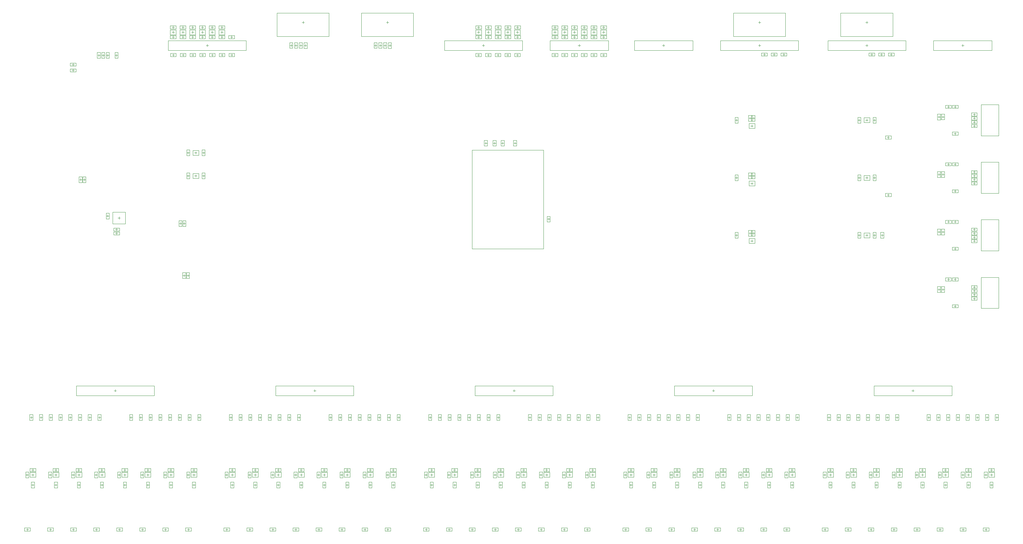
<source format=gbr>
%TF.GenerationSoftware,Altium Limited,Altium Designer,20.0.13 (296)*%
G04 Layer_Color=32896*
%FSLAX26Y26*%
%MOIN*%
%TF.FileFunction,Other,Top_Courtyard*%
%TF.Part,Single*%
G01*
G75*
%TA.AperFunction,NonConductor*%
%ADD57C,0.001968*%
D57*
X5268901Y212599D02*
Y244095D01*
X5209846Y212599D02*
Y244095D01*
Y212599D02*
X5268901D01*
X5209846Y244095D02*
X5268901D01*
X5227562Y228346D02*
X5251184D01*
X5239373Y216536D02*
Y240157D01*
X5505121Y212599D02*
Y244095D01*
X5446066Y212599D02*
Y244095D01*
Y212599D02*
X5505121D01*
X5446066Y244095D02*
X5505121D01*
X5463783Y228346D02*
X5487405D01*
X5475594Y216536D02*
Y240157D01*
X5741342Y212599D02*
Y244095D01*
X5682287Y212599D02*
Y244095D01*
Y212599D02*
X5741342D01*
X5682287Y244095D02*
X5741342D01*
X5700003Y228346D02*
X5723625D01*
X5711814Y216536D02*
Y240157D01*
X5977562Y212599D02*
Y244095D01*
X5918507Y212599D02*
Y244095D01*
Y212599D02*
X5977562D01*
X5918507Y244095D02*
X5977562D01*
X5936224Y228346D02*
X5959846D01*
X5948035Y216536D02*
Y240157D01*
X6371263Y212599D02*
Y244095D01*
X6312208Y212599D02*
Y244095D01*
Y212599D02*
X6371263D01*
X6312208Y244095D02*
X6371263D01*
X6329924Y228346D02*
X6353546D01*
X6341735Y216536D02*
Y240157D01*
X6607484Y212599D02*
Y244095D01*
X6548428Y212599D02*
Y244095D01*
Y212599D02*
X6607484D01*
X6548428Y244095D02*
X6607484D01*
X6566145Y228346D02*
X6589767D01*
X6577956Y216536D02*
Y240157D01*
X6843704Y212599D02*
Y244095D01*
X6784649Y212599D02*
Y244095D01*
Y212599D02*
X6843704D01*
X6784649Y244095D02*
X6843704D01*
X6802365Y228346D02*
X6825987D01*
X6814176Y216536D02*
Y240157D01*
X7079924Y212599D02*
Y244095D01*
X7020869Y212599D02*
Y244095D01*
Y212599D02*
X7079924D01*
X7020869Y244095D02*
X7079924D01*
X7038586Y228346D02*
X7062208D01*
X7050397Y216536D02*
Y240157D01*
X7316145Y212599D02*
Y244095D01*
X7257090Y212599D02*
Y244095D01*
Y212599D02*
X7316145D01*
X7257090Y244095D02*
X7316145D01*
X7274806Y228346D02*
X7298428D01*
X7286617Y216536D02*
Y240157D01*
X7552365Y212599D02*
Y244095D01*
X7493310Y212599D02*
Y244095D01*
Y212599D02*
X7552365D01*
X7493310Y244095D02*
X7552365D01*
X7511027Y228346D02*
X7534649D01*
X7522838Y216536D02*
Y240157D01*
X7788586Y212599D02*
Y244095D01*
X7729531Y212599D02*
Y244095D01*
Y212599D02*
X7788586D01*
X7729531Y244095D02*
X7788586D01*
X7747247Y228346D02*
X7770869D01*
X7759058Y216536D02*
Y240157D01*
X8024806Y212599D02*
Y244095D01*
X7965751Y212599D02*
Y244095D01*
Y212599D02*
X8024806D01*
X7965751Y244095D02*
X8024806D01*
X7983468Y228346D02*
X8007090D01*
X7995279Y216536D02*
Y240157D01*
X10072050Y212599D02*
Y244095D01*
X10012995Y212599D02*
Y244095D01*
Y212599D02*
X10072050D01*
X10012995Y244095D02*
X10072050D01*
X10030712Y228346D02*
X10054334D01*
X10042523Y216536D02*
Y240157D01*
X9835830Y212599D02*
Y244095D01*
X9776775Y212599D02*
Y244095D01*
Y212599D02*
X9835830D01*
X9776775Y244095D02*
X9835830D01*
X9794491Y228346D02*
X9818113D01*
X9806302Y216536D02*
Y240157D01*
X9599610Y212599D02*
Y244095D01*
X9540554Y212599D02*
Y244095D01*
Y212599D02*
X9599610D01*
X9540554Y244095D02*
X9599610D01*
X9558271Y228346D02*
X9581893D01*
X9570082Y216536D02*
Y240157D01*
X9363389Y212599D02*
Y244095D01*
X9304334Y212599D02*
Y244095D01*
Y212599D02*
X9363389D01*
X9304334Y244095D02*
X9363389D01*
X9322050Y228346D02*
X9345672D01*
X9333861Y216536D02*
Y240157D01*
X9127168Y212599D02*
Y244095D01*
X9068113Y212599D02*
Y244095D01*
Y212599D02*
X9127168D01*
X9068113Y244095D02*
X9127168D01*
X9085830Y228346D02*
X9109452D01*
X9097641Y216536D02*
Y240157D01*
X8890948Y212599D02*
Y244095D01*
X8831893Y212599D02*
Y244095D01*
Y212599D02*
X8890948D01*
X8831893Y244095D02*
X8890948D01*
X8849610Y228346D02*
X8873231D01*
X8861421Y216536D02*
Y240157D01*
X8654728Y212599D02*
Y244095D01*
X8595672Y212599D02*
Y244095D01*
Y212599D02*
X8654728D01*
X8595672Y244095D02*
X8654728D01*
X8613389Y228346D02*
X8637011D01*
X8625200Y216536D02*
Y240157D01*
X8418507Y212599D02*
Y244095D01*
X8359452Y212599D02*
Y244095D01*
Y212599D02*
X8418507D01*
X8359452Y244095D02*
X8418507D01*
X8377168Y228346D02*
X8400790D01*
X8388979Y216536D02*
Y240157D01*
X1799213Y3369291D02*
X1822835D01*
X1811024Y3357480D02*
Y3381102D01*
X1795275Y3339764D02*
Y3398819D01*
X1826772Y3339764D02*
Y3398819D01*
X1795275Y3339764D02*
X1826772D01*
X1795275Y3398819D02*
X1826772D01*
X1755905D02*
X1787401D01*
X1755905Y3339764D02*
X1787401D01*
Y3398819D01*
X1755905Y3339764D02*
Y3398819D01*
X1771653Y3357480D02*
Y3381102D01*
X1759842Y3369291D02*
X1783465D01*
X1834646Y3887008D02*
X1866142D01*
X1834646Y3827953D02*
X1866142D01*
Y3887008D01*
X1834646Y3827953D02*
Y3887008D01*
X1850394Y3845669D02*
Y3869291D01*
X1838583Y3857480D02*
X1862205D01*
X1917323Y3858268D02*
X1940945D01*
X1929134Y3846457D02*
Y3870079D01*
X1899134Y3833268D02*
Y3883268D01*
X1959134D01*
Y3833268D02*
Y3883268D01*
X1899134Y3833268D02*
X1959134D01*
X1996063Y3858268D02*
X2019685D01*
X2007874Y3846457D02*
Y3870079D01*
X2023622Y3828740D02*
Y3887795D01*
X1992126Y3828740D02*
Y3887795D01*
X2023622D01*
X1992126Y3828740D02*
X2023622D01*
X1996063Y4094488D02*
X2019685D01*
X2007874Y4082677D02*
Y4106299D01*
X2023622Y4064961D02*
Y4124016D01*
X1992126Y4064961D02*
Y4124016D01*
X2023622D01*
X1992126Y4064961D02*
X2023622D01*
X1917323Y4094488D02*
X1940945D01*
X1929134Y4082677D02*
Y4106299D01*
X1899134Y4069488D02*
Y4119488D01*
X1959134D01*
Y4069488D02*
Y4119488D01*
X1899134Y4069488D02*
X1959134D01*
X1834646Y4124016D02*
X1866142D01*
X1834646Y4064961D02*
X1866142D01*
Y4124016D01*
X1834646Y4064961D02*
Y4124016D01*
X1850394Y4082677D02*
Y4106299D01*
X1838583Y4094488D02*
X1862205D01*
X734646Y3818898D02*
X758268D01*
X746457Y3807087D02*
Y3830709D01*
X762205Y3789370D02*
Y3848425D01*
X730709Y3789370D02*
Y3848425D01*
X762205D01*
X730709Y3789370D02*
X762205D01*
X769291D02*
X800788D01*
X769291Y3848425D02*
X800788D01*
X769291Y3789370D02*
Y3848425D01*
X800788Y3789370D02*
Y3848425D01*
X785039Y3807087D02*
Y3830709D01*
X773228Y3818898D02*
X796850D01*
X1115354Y3255905D02*
Y3279528D01*
X1103543Y3267716D02*
X1127165D01*
X1085827Y3283465D02*
X1144882D01*
X1085827Y3251968D02*
X1144882D01*
X1085827D02*
Y3283465D01*
X1144882Y3251968D02*
Y3283465D01*
X1115354Y3295276D02*
Y3318898D01*
X1103543Y3307087D02*
X1127165D01*
X1085827Y3322835D02*
X1144882D01*
X1085827Y3291339D02*
X1144882D01*
X1085827D02*
Y3322835D01*
X1144882Y3291339D02*
Y3322835D01*
X1076732Y3365197D02*
Y3485197D01*
Y3365197D02*
X1205732D01*
Y3485197D01*
X1076732D02*
X1205732D01*
X1129921Y3425197D02*
X1153543D01*
X1141732Y3413386D02*
Y3437008D01*
X1007874Y3416142D02*
X1039370D01*
X1007874Y3475197D02*
X1039370D01*
X1007874Y3416142D02*
Y3475197D01*
X1039370Y3416142D02*
Y3475197D01*
X1023622Y3433858D02*
Y3457480D01*
X1011811Y3445669D02*
X1035433D01*
X7639370Y3238189D02*
X7670866D01*
X7639370Y3297244D02*
X7670866D01*
X7639370Y3238189D02*
Y3297244D01*
X7670866Y3238189D02*
Y3297244D01*
X7655118Y3255905D02*
Y3279528D01*
X7643307Y3267716D02*
X7666929D01*
X7607874D02*
X7631496D01*
X7619685Y3255905D02*
Y3279528D01*
X7635433Y3238189D02*
Y3297244D01*
X7603937Y3238189D02*
Y3297244D01*
X7635433D01*
X7603937Y3238189D02*
X7635433D01*
X7607795Y3163976D02*
X7667795D01*
Y3213976D01*
X7607795D02*
X7667795D01*
X7607795Y3163976D02*
Y3213976D01*
X7637795Y3177165D02*
Y3200787D01*
X7625984Y3188976D02*
X7649606D01*
X7468504Y3248032D02*
X7492126D01*
X7480315Y3236220D02*
Y3259843D01*
X7464567Y3218504D02*
Y3277559D01*
X7496063Y3218504D02*
Y3277559D01*
X7464567Y3218504D02*
X7496063D01*
X7464567Y3277559D02*
X7496063D01*
X7607795Y3754528D02*
X7667795D01*
Y3804528D01*
X7607795D02*
X7667795D01*
X7607795Y3754528D02*
Y3804528D01*
X7637795Y3767717D02*
Y3791339D01*
X7625984Y3779528D02*
X7649606D01*
X7639370Y3828740D02*
X7670866D01*
X7639370Y3887795D02*
X7670866D01*
X7639370Y3828740D02*
Y3887795D01*
X7670866Y3828740D02*
Y3887795D01*
X7655118Y3846457D02*
Y3870079D01*
X7643307Y3858268D02*
X7666929D01*
X7607874D02*
X7631496D01*
X7619685Y3846457D02*
Y3870079D01*
X7635433Y3828740D02*
Y3887795D01*
X7603937Y3828740D02*
Y3887795D01*
X7635433D01*
X7603937Y3828740D02*
X7635433D01*
X7468504Y3838583D02*
X7492126D01*
X7480315Y3826772D02*
Y3850394D01*
X7464567Y3809055D02*
Y3868110D01*
X7496063Y3809055D02*
Y3868110D01*
X7464567Y3809055D02*
X7496063D01*
X7464567Y3868110D02*
X7496063D01*
X7639370Y4419291D02*
X7670866D01*
X7639370Y4478346D02*
X7670866D01*
X7639370Y4419291D02*
Y4478346D01*
X7670866Y4419291D02*
Y4478346D01*
X7655118Y4437008D02*
Y4460630D01*
X7643307Y4448819D02*
X7666929D01*
X7607874D02*
X7631496D01*
X7619685Y4437008D02*
Y4460630D01*
X7635433Y4419291D02*
Y4478346D01*
X7603937Y4419291D02*
Y4478346D01*
X7635433D01*
X7603937Y4419291D02*
X7635433D01*
X7607795Y4345079D02*
X7667795D01*
Y4395079D01*
X7607795D02*
X7667795D01*
X7607795Y4345079D02*
Y4395079D01*
X7637795Y4358268D02*
Y4381890D01*
X7625984Y4370079D02*
X7649606D01*
X7468504Y4429134D02*
X7492126D01*
X7480315Y4417323D02*
Y4440945D01*
X7464567Y4399606D02*
Y4458662D01*
X7496063Y4399606D02*
Y4458662D01*
X7464567Y4399606D02*
X7496063D01*
X7464567Y4458662D02*
X7496063D01*
X8728346Y3248032D02*
X8751969D01*
X8740157Y3236220D02*
Y3259843D01*
X8724409Y3218504D02*
Y3277559D01*
X8755906Y3218504D02*
Y3277559D01*
X8724409Y3218504D02*
X8755906D01*
X8724409Y3277559D02*
X8755906D01*
X8788898Y3223032D02*
X8848898D01*
Y3273032D01*
X8788898D02*
X8848898D01*
X8788898Y3223032D02*
Y3273032D01*
X8818898Y3236220D02*
Y3259843D01*
X8807087Y3248032D02*
X8830709D01*
X8881890Y3218504D02*
X8913386D01*
X8881890Y3277559D02*
X8913386D01*
X8881890Y3218504D02*
Y3277559D01*
X8913386Y3218504D02*
Y3277559D01*
X8897638Y3236220D02*
Y3259843D01*
X8885827Y3248032D02*
X8909449D01*
X8964567D02*
X8988189D01*
X8976378Y3236220D02*
Y3259843D01*
X8992126Y3218504D02*
Y3277559D01*
X8960630Y3218504D02*
Y3277559D01*
X8992126D01*
X8960630Y3218504D02*
X8992126D01*
X8881890Y3809055D02*
X8913386D01*
X8881890Y3868110D02*
X8913386D01*
X8881890Y3809055D02*
Y3868110D01*
X8913386Y3809055D02*
Y3868110D01*
X8897638Y3826772D02*
Y3850394D01*
X8885827Y3838583D02*
X8909449D01*
X8788898Y3813583D02*
X8848898D01*
Y3863583D01*
X8788898D02*
X8848898D01*
X8788898Y3813583D02*
Y3863583D01*
X8818898Y3826772D02*
Y3850394D01*
X8807087Y3838583D02*
X8830709D01*
X8728346D02*
X8751969D01*
X8740157Y3826772D02*
Y3850394D01*
X8724409Y3809055D02*
Y3868110D01*
X8755906Y3809055D02*
Y3868110D01*
X8724409Y3809055D02*
X8755906D01*
X8724409Y3868110D02*
X8755906D01*
X8881890Y4399606D02*
X8913386D01*
X8881890Y4458662D02*
X8913386D01*
X8881890Y4399606D02*
Y4458662D01*
X8913386Y4399606D02*
Y4458662D01*
X8897638Y4417323D02*
Y4440945D01*
X8885827Y4429134D02*
X8909449D01*
X8788898Y4404134D02*
X8848898D01*
Y4454134D01*
X8788898D02*
X8848898D01*
X8788898Y4404134D02*
Y4454134D01*
X8818898Y4417323D02*
Y4440945D01*
X8807087Y4429134D02*
X8830709D01*
X8728346D02*
X8751969D01*
X8740157Y4417323D02*
Y4440945D01*
X8724409Y4399606D02*
Y4458662D01*
X8755906Y4399606D02*
Y4458662D01*
X8724409Y4399606D02*
X8755906D01*
X8724409Y4458662D02*
X8755906D01*
X9038583Y3649606D02*
Y3673228D01*
X9026772Y3661417D02*
X9050394D01*
X9009055Y3645669D02*
X9068110D01*
X9009055Y3677165D02*
X9068110D01*
Y3645669D02*
Y3677165D01*
X9009055Y3645669D02*
Y3677165D01*
X9038583Y4240158D02*
Y4263779D01*
X9026772Y4251968D02*
X9050394D01*
X9009055Y4236220D02*
X9068110D01*
X9009055Y4267717D02*
X9068110D01*
Y4236220D02*
Y4267717D01*
X9009055Y4236220D02*
Y4267717D01*
X9921260Y2586614D02*
Y2610236D01*
X9909449Y2598425D02*
X9933071D01*
X9891732Y2614173D02*
X9950787D01*
X9891732Y2582677D02*
X9950787D01*
X9891732D02*
Y2614173D01*
X9950787Y2582677D02*
Y2614173D01*
X9921260Y2625984D02*
Y2649606D01*
X9909449Y2637795D02*
X9933071D01*
X9891732Y2622047D02*
X9950787D01*
X9891732Y2653543D02*
X9950787D01*
Y2622047D02*
Y2653543D01*
X9891732Y2622047D02*
Y2653543D01*
X9921260Y2665354D02*
Y2688976D01*
X9909449Y2677165D02*
X9933071D01*
X9891732Y2692914D02*
X9950787D01*
X9891732Y2661417D02*
X9950787D01*
X9891732D02*
Y2692914D01*
X9950787Y2661417D02*
Y2692914D01*
X9921260Y2704724D02*
Y2728346D01*
X9909449Y2716535D02*
X9933071D01*
X9891732Y2732284D02*
X9950787D01*
X9891732Y2700787D02*
X9950787D01*
X9891732D02*
Y2732284D01*
X9950787Y2700787D02*
Y2732284D01*
X9921260Y3177165D02*
Y3200787D01*
X9909449Y3188976D02*
X9933071D01*
X9891732Y3204724D02*
X9950787D01*
X9891732Y3173228D02*
X9950787D01*
X9891732D02*
Y3204724D01*
X9950787Y3173228D02*
Y3204724D01*
X9921260Y3216535D02*
Y3240157D01*
X9909449Y3228347D02*
X9933071D01*
X9891732Y3212598D02*
X9950787D01*
X9891732Y3244095D02*
X9950787D01*
Y3212598D02*
Y3244095D01*
X9891732Y3212598D02*
Y3244095D01*
X9921260Y3255905D02*
Y3279528D01*
X9909449Y3267716D02*
X9933071D01*
X9891732Y3283465D02*
X9950787D01*
X9891732Y3251968D02*
X9950787D01*
X9891732D02*
Y3283465D01*
X9950787Y3251968D02*
Y3283465D01*
X9921260Y3295276D02*
Y3318898D01*
X9909449Y3307087D02*
X9933071D01*
X9891732Y3322835D02*
X9950787D01*
X9891732Y3291339D02*
X9950787D01*
X9891732D02*
Y3322835D01*
X9950787Y3291339D02*
Y3322835D01*
X9921260Y3767717D02*
Y3791339D01*
X9909449Y3779528D02*
X9933071D01*
X9891732Y3795276D02*
X9950787D01*
X9891732Y3763780D02*
X9950787D01*
X9891732D02*
Y3795276D01*
X9950787Y3763780D02*
Y3795276D01*
X9921260Y3807087D02*
Y3830709D01*
X9909449Y3818898D02*
X9933071D01*
X9891732Y3803149D02*
X9950787D01*
X9891732Y3834646D02*
X9950787D01*
Y3803149D02*
Y3834646D01*
X9891732Y3803149D02*
Y3834646D01*
X9921260Y3846457D02*
Y3870079D01*
X9909449Y3858268D02*
X9933071D01*
X9891732Y3874016D02*
X9950787D01*
X9891732Y3842520D02*
X9950787D01*
X9891732D02*
Y3874016D01*
X9950787Y3842520D02*
Y3874016D01*
X9921260Y3885827D02*
Y3909449D01*
X9909449Y3897638D02*
X9933071D01*
X9891732Y3913386D02*
X9950787D01*
X9891732Y3881890D02*
X9950787D01*
X9891732D02*
Y3913386D01*
X9950787Y3881890D02*
Y3913386D01*
X9725000Y3688976D02*
Y3712598D01*
X9713189Y3700787D02*
X9736811D01*
X9695472Y3685039D02*
X9754528D01*
X9695472Y3716535D02*
X9754528D01*
Y3685039D02*
Y3716535D01*
X9695472Y3685039D02*
Y3716535D01*
X9725000Y3098425D02*
Y3122047D01*
X9713189Y3110236D02*
X9736811D01*
X9695472Y3094488D02*
X9754528D01*
X9695472Y3125984D02*
X9754528D01*
Y3094488D02*
Y3125984D01*
X9695472Y3094488D02*
Y3125984D01*
X9725000Y2507874D02*
Y2531496D01*
X9713189Y2519685D02*
X9736811D01*
X9695472Y2503937D02*
X9754528D01*
X9695472Y2535433D02*
X9754528D01*
Y2503937D02*
Y2535433D01*
X9695472Y2503937D02*
Y2535433D01*
X9725000Y2783465D02*
Y2807087D01*
X9713189Y2795276D02*
X9736811D01*
X9695472Y2779528D02*
X9754528D01*
X9695472Y2811024D02*
X9754528D01*
Y2779528D02*
Y2811024D01*
X9695472Y2779528D02*
Y2811024D01*
X9725000Y3374016D02*
Y3397638D01*
X9713189Y3385827D02*
X9736811D01*
X9695472Y3370079D02*
X9754528D01*
X9695472Y3401575D02*
X9754528D01*
Y3370079D02*
Y3401575D01*
X9695472Y3370079D02*
Y3401575D01*
X9725000Y3964567D02*
Y3988189D01*
X9713189Y3976378D02*
X9736811D01*
X9695472Y3960630D02*
X9754528D01*
X9695472Y3992126D02*
X9754528D01*
Y3960630D02*
Y3992126D01*
X9695472Y3960630D02*
Y3992126D01*
X9584252Y2662205D02*
X9615748D01*
X9584252Y2721260D02*
X9615748D01*
X9584252Y2662205D02*
Y2721260D01*
X9615748Y2662205D02*
Y2721260D01*
X9600000Y2679921D02*
Y2703543D01*
X9588189Y2691732D02*
X9611811D01*
X9584252Y3252756D02*
X9615748D01*
X9584252Y3311811D02*
X9615748D01*
X9584252Y3252756D02*
Y3311811D01*
X9615748Y3252756D02*
Y3311811D01*
X9600000Y3270472D02*
Y3294095D01*
X9588189Y3282284D02*
X9611811D01*
X9584252Y3843307D02*
X9615748D01*
X9584252Y3902362D02*
X9615748D01*
X9584252Y3843307D02*
Y3902362D01*
X9615748Y3843307D02*
Y3902362D01*
X9600000Y3861024D02*
Y3884646D01*
X9588189Y3872835D02*
X9611811D01*
X9686496Y3960630D02*
Y3992126D01*
X9627441Y3960630D02*
Y3992126D01*
Y3960630D02*
X9686496D01*
X9627441Y3992126D02*
X9686496D01*
X9645157Y3976378D02*
X9668780D01*
X9656969Y3964567D02*
Y3988189D01*
X9686496Y3370079D02*
Y3401575D01*
X9627441Y3370079D02*
Y3401575D01*
Y3370079D02*
X9686496D01*
X9627441Y3401575D02*
X9686496D01*
X9645157Y3385827D02*
X9668780D01*
X9656969Y3374016D02*
Y3397638D01*
X9686496Y2779528D02*
Y2811024D01*
X9627441Y2779528D02*
Y2811024D01*
Y2779528D02*
X9686496D01*
X9627441Y2811024D02*
X9686496D01*
X9645157Y2795276D02*
X9668780D01*
X9656969Y2783465D02*
Y2807087D01*
X9548189Y2690945D02*
X9571811D01*
X9560000Y2679134D02*
Y2702756D01*
X9575748Y2661417D02*
Y2720472D01*
X9544252Y2661417D02*
Y2720472D01*
X9575748D01*
X9544252Y2661417D02*
X9575748D01*
X9548189Y3281496D02*
X9571811D01*
X9560000Y3269685D02*
Y3293307D01*
X9575748Y3251968D02*
Y3311024D01*
X9544252Y3251968D02*
Y3311024D01*
X9575748D01*
X9544252Y3251968D02*
X9575748D01*
X9548189Y3872047D02*
X9571811D01*
X9560000Y3860236D02*
Y3883858D01*
X9575748Y3842520D02*
Y3901575D01*
X9544252Y3842520D02*
Y3901575D01*
X9575748D01*
X9544252Y3842520D02*
X9575748D01*
X9994370Y2498480D02*
Y2816480D01*
X10171370D01*
Y2498480D02*
Y2816480D01*
X9994370Y2498480D02*
X10171370D01*
X9994370Y3089032D02*
Y3407032D01*
X10171370D01*
Y3089032D02*
Y3407032D01*
X9994370Y3089032D02*
X10171370D01*
X9994370Y3679583D02*
Y3997583D01*
X10171370D01*
Y3679583D02*
Y3997583D01*
X9994370Y3679583D02*
X10171370D01*
X9548189Y4462599D02*
X9571811D01*
X9560000Y4450788D02*
Y4474409D01*
X9575748Y4433071D02*
Y4492126D01*
X9544252Y4433071D02*
Y4492126D01*
X9575748D01*
X9544252Y4433071D02*
X9575748D01*
X9584252Y4433858D02*
X9615748D01*
X9584252Y4492913D02*
X9615748D01*
X9584252Y4433858D02*
Y4492913D01*
X9615748Y4433858D02*
Y4492913D01*
X9600000Y4451575D02*
Y4475197D01*
X9588189Y4463386D02*
X9611811D01*
X9725000Y4279528D02*
Y4303150D01*
X9713189Y4291339D02*
X9736811D01*
X9695472Y4275591D02*
X9754528D01*
X9695472Y4307087D02*
X9754528D01*
Y4275591D02*
Y4307087D01*
X9695472Y4275591D02*
Y4307087D01*
X9725000Y4555118D02*
Y4578740D01*
X9713189Y4566929D02*
X9736811D01*
X9695472Y4551181D02*
X9754528D01*
X9695472Y4582677D02*
X9754528D01*
Y4551181D02*
Y4582677D01*
X9695472Y4551181D02*
Y4582677D01*
X9686496Y4551181D02*
Y4582677D01*
X9627441Y4551181D02*
Y4582677D01*
Y4551181D02*
X9686496D01*
X9627441Y4582677D02*
X9686496D01*
X9645157Y4566929D02*
X9668780D01*
X9656969Y4555118D02*
Y4578740D01*
X9994370Y4270134D02*
Y4588134D01*
X10171370D01*
Y4270134D02*
Y4588134D01*
X9994370Y4270134D02*
X10171370D01*
X9921260Y4358268D02*
Y4381890D01*
X9909449Y4370079D02*
X9933071D01*
X9891732Y4385827D02*
X9950787D01*
X9891732Y4354331D02*
X9950787D01*
X9891732D02*
Y4385827D01*
X9950787Y4354331D02*
Y4385827D01*
X9921260Y4397638D02*
Y4421260D01*
X9909449Y4409449D02*
X9933071D01*
X9891732Y4393701D02*
X9950787D01*
X9891732Y4425197D02*
X9950787D01*
Y4393701D02*
Y4425197D01*
X9891732Y4393701D02*
Y4425197D01*
X9921260Y4437008D02*
Y4460630D01*
X9909449Y4448819D02*
X9933071D01*
X9891732Y4464567D02*
X9950787D01*
X9891732Y4433071D02*
X9950787D01*
X9891732D02*
Y4464567D01*
X9950787Y4433071D02*
Y4464567D01*
X9921260Y4476378D02*
Y4500000D01*
X9909449Y4488189D02*
X9933071D01*
X9891732Y4503937D02*
X9950787D01*
X9891732Y4472441D02*
X9950787D01*
X9891732D02*
Y4503937D01*
X9950787Y4472441D02*
Y4503937D01*
X7032283Y5146850D02*
Y5246850D01*
X6432283Y5146850D02*
Y5246850D01*
Y5146850D02*
X7032283D01*
X6432283Y5246850D02*
X7032283D01*
X6720472Y5196850D02*
X6744095D01*
X6732283Y5185039D02*
Y5208662D01*
X6166142Y5146850D02*
Y5246850D01*
X5566142Y5146850D02*
Y5246850D01*
Y5146850D02*
X6166142D01*
X5566142Y5246850D02*
X6166142D01*
X5854331Y5196850D02*
X5877953D01*
X5866142Y5185039D02*
Y5208662D01*
X5281890Y5146850D02*
Y5246850D01*
X4481887Y5146850D02*
Y5246850D01*
Y5146850D02*
X5281890D01*
X4481887Y5246850D02*
X5281890D01*
X4870079Y5196850D02*
X4893701D01*
X4881890Y5185039D02*
Y5208662D01*
X3909858Y5196063D02*
X3933480D01*
X3921669Y5184252D02*
Y5207874D01*
X3905921Y5166535D02*
Y5225591D01*
X3937417Y5166535D02*
Y5225591D01*
X3905921Y5166535D02*
X3937417D01*
X3905921Y5225591D02*
X3937417D01*
X3856709Y5167323D02*
X3888205D01*
X3856709Y5226378D02*
X3888205D01*
X3856709Y5167323D02*
Y5226378D01*
X3888205Y5167323D02*
Y5226378D01*
X3872457Y5185039D02*
Y5208662D01*
X3860646Y5196850D02*
X3884268D01*
X3807496Y5167323D02*
X3838992D01*
X3807496Y5226378D02*
X3838992D01*
X3807496Y5167323D02*
Y5226378D01*
X3838992Y5167323D02*
Y5226378D01*
X3823244Y5185039D02*
Y5208662D01*
X3811433Y5196850D02*
X3835055D01*
X3762220D02*
X3785843D01*
X3774032Y5185039D02*
Y5208662D01*
X3758283Y5167323D02*
Y5226378D01*
X3789780Y5167323D02*
Y5226378D01*
X3758283Y5167323D02*
X3789780D01*
X3758283Y5226378D02*
X3789780D01*
X3043717Y5196063D02*
X3067339D01*
X3055528Y5184252D02*
Y5207874D01*
X3039780Y5166535D02*
Y5225591D01*
X3071276Y5166535D02*
Y5225591D01*
X3039780Y5166535D02*
X3071276D01*
X3039780Y5225591D02*
X3071276D01*
X2990567Y5167323D02*
X3022063D01*
X2990567Y5226378D02*
X3022063D01*
X2990567Y5167323D02*
Y5226378D01*
X3022063Y5167323D02*
Y5226378D01*
X3006315Y5185039D02*
Y5208662D01*
X2994504Y5196850D02*
X3018126D01*
X2941354Y5167323D02*
X2972851D01*
X2941354Y5226378D02*
X2972851D01*
X2941354Y5167323D02*
Y5226378D01*
X2972851Y5167323D02*
Y5226378D01*
X2957102Y5185039D02*
Y5208662D01*
X2945291Y5196850D02*
X2968913D01*
X2896079D02*
X2919701D01*
X2907890Y5185039D02*
Y5208662D01*
X2892142Y5167323D02*
Y5226378D01*
X2923638Y5167323D02*
Y5226378D01*
X2892142Y5167323D02*
X2923638D01*
X2892142Y5226378D02*
X2923638D01*
X4163638Y5290142D02*
Y5530142D01*
X3629638D02*
X4163638D01*
X3629638Y5290142D02*
Y5530142D01*
Y5290142D02*
X4163638D01*
X3897638Y5421260D02*
Y5444882D01*
X3885827Y5433071D02*
X3909449D01*
X3297496Y5290142D02*
Y5530142D01*
X2763496D02*
X3297496D01*
X2763496Y5290142D02*
Y5530142D01*
Y5290142D02*
X3297496D01*
X3031496Y5421260D02*
Y5444882D01*
X3019685Y5433071D02*
X3043307D01*
X10103150Y5146850D02*
Y5246850D01*
X9503150Y5146850D02*
Y5246850D01*
Y5146850D02*
X10103150D01*
X9503150Y5246850D02*
X10103150D01*
X9791339Y5196850D02*
X9814961D01*
X9803150Y5185039D02*
Y5208662D01*
X9084898Y5290142D02*
Y5530142D01*
X8550898D02*
X9084898D01*
X8550898Y5290142D02*
Y5530142D01*
Y5290142D02*
X9084898D01*
X8818898Y5421260D02*
Y5444882D01*
X8807087Y5433071D02*
X8830709D01*
X8418898Y5146850D02*
Y5246850D01*
X9218901Y5146850D02*
Y5246850D01*
X8418898D02*
X9218901D01*
X8418898Y5146850D02*
X9218901D01*
X8807087Y5196850D02*
X8830709D01*
X8818898Y5185039D02*
Y5208662D01*
X7982535Y5290142D02*
Y5530142D01*
X7448535D02*
X7982535D01*
X7448535Y5290142D02*
Y5530142D01*
Y5290142D02*
X7982535D01*
X7716535Y5421260D02*
Y5444882D01*
X7704724Y5433071D02*
X7728346D01*
X7766535Y5091217D02*
Y5114839D01*
X7754724Y5103028D02*
X7778346D01*
X7737008Y5118776D02*
X7796063D01*
X7737008Y5087280D02*
X7796063D01*
X7737008D02*
Y5118776D01*
X7796063Y5087280D02*
Y5118776D01*
X7866535Y5091217D02*
Y5114839D01*
X7854724Y5103028D02*
X7878346D01*
X7837008Y5118776D02*
X7896063D01*
X7837008Y5087280D02*
X7896063D01*
X7837008D02*
Y5118776D01*
X7896063Y5087280D02*
Y5118776D01*
X7966535Y5091217D02*
Y5114839D01*
X7954724Y5103028D02*
X7978346D01*
X7937008Y5118776D02*
X7996063D01*
X7937008Y5087280D02*
X7996063D01*
X7937008D02*
Y5118776D01*
X7996063Y5087280D02*
Y5118776D01*
X7316535Y5146850D02*
Y5246850D01*
X8116539Y5146850D02*
Y5246850D01*
X7316535D02*
X8116539D01*
X7316535Y5146850D02*
X8116539D01*
X7704724Y5196850D02*
X7728346D01*
X7716535Y5185039D02*
Y5208662D01*
X1832283Y2864528D02*
X1863780D01*
X1832283Y2805472D02*
X1863780D01*
Y2864528D01*
X1832283Y2805472D02*
Y2864528D01*
X1848032Y2823189D02*
Y2846811D01*
X1836220Y2835000D02*
X1859842D01*
X1797638D02*
X1821260D01*
X1809449Y2823189D02*
Y2846811D01*
X1793701Y2805472D02*
Y2864528D01*
X1825197Y2805472D02*
Y2864528D01*
X1793701Y2805472D02*
X1825197D01*
X1793701Y2864528D02*
X1825197D01*
X2749606Y1603543D02*
Y1703543D01*
X3549610Y1603543D02*
Y1703543D01*
X2749606D02*
X3549610D01*
X2749606Y1603543D02*
X3549610D01*
X3137795Y1653543D02*
X3161417D01*
X3149606Y1641732D02*
Y1665354D01*
X4796850Y1603543D02*
Y1703543D01*
X5596854Y1603543D02*
Y1703543D01*
X4796850D02*
X5596854D01*
X4796850Y1603543D02*
X5596854D01*
X5185039Y1653543D02*
X5208661D01*
X5196850Y1641732D02*
Y1665354D01*
X6844095Y1603543D02*
Y1703543D01*
X7644098Y1603543D02*
Y1703543D01*
X6844095D02*
X7644098D01*
X6844095Y1603543D02*
X7644098D01*
X7232283Y1653543D02*
X7255905D01*
X7244095Y1641732D02*
Y1665354D01*
X8891339Y1603543D02*
Y1703543D01*
X9691342Y1603543D02*
Y1703543D01*
X8891339D02*
X9691342D01*
X8891339Y1603543D02*
X9691342D01*
X9279528Y1653543D02*
X9303150D01*
X9291339Y1641732D02*
Y1665354D01*
X702362Y1603543D02*
Y1703543D01*
X1502365Y1603543D02*
Y1703543D01*
X702362D02*
X1502365D01*
X702362Y1603543D02*
X1502365D01*
X1090551Y1653543D02*
X1114173D01*
X1102362Y1641732D02*
Y1665354D01*
X1798032Y5086614D02*
Y5110236D01*
X1786221Y5098425D02*
X1809843D01*
X1768504Y5082677D02*
X1827559D01*
X1768504Y5114173D02*
X1827559D01*
Y5082677D02*
Y5114173D01*
X1768504Y5082677D02*
Y5114173D01*
X1698032Y5086614D02*
Y5110236D01*
X1686221Y5098425D02*
X1709843D01*
X1668504Y5082677D02*
X1727559D01*
X1668504Y5114173D02*
X1727559D01*
Y5082677D02*
Y5114173D01*
X1668504Y5082677D02*
Y5114173D01*
X1667717Y5366181D02*
Y5397677D01*
X1726772Y5366181D02*
Y5397677D01*
X1667717D02*
X1726772D01*
X1667717Y5366181D02*
X1726772D01*
X1685433Y5381929D02*
X1709055D01*
X1697244Y5370118D02*
Y5393740D01*
X1667244Y5356929D02*
X1727244D01*
X1667244Y5306929D02*
Y5356929D01*
Y5306929D02*
X1727244D01*
Y5356929D01*
X1697244Y5320118D02*
Y5343740D01*
X1685433Y5331929D02*
X1709055D01*
X1697244Y5270118D02*
Y5293740D01*
X1685433Y5281929D02*
X1709055D01*
X1667717Y5297677D02*
X1726772D01*
X1667717Y5266181D02*
X1726772D01*
X1667717D02*
Y5297677D01*
X1726772Y5266181D02*
Y5297677D01*
X1647244Y5146850D02*
Y5246850D01*
X2447247Y5146850D02*
Y5246850D01*
X1647244D02*
X2447247D01*
X1647244Y5146850D02*
X2447247D01*
X2035433Y5196850D02*
X2059055D01*
X2047244Y5185039D02*
Y5208662D01*
X1102362Y5094941D02*
X1125984D01*
X1114173Y5083130D02*
Y5106752D01*
X1098425Y5065413D02*
Y5124468D01*
X1129921Y5065413D02*
Y5124468D01*
X1098425Y5065413D02*
X1129921D01*
X1098425Y5124468D02*
X1129921D01*
X1011811Y5094941D02*
X1035433D01*
X1023622Y5083130D02*
Y5106752D01*
X1039370Y5065413D02*
Y5124468D01*
X1007874Y5065413D02*
Y5124468D01*
X1039370D01*
X1007874Y5065413D02*
X1039370D01*
X966535Y5094941D02*
X990157D01*
X978346Y5083130D02*
Y5106752D01*
X962598Y5065413D02*
Y5124468D01*
X994094Y5065413D02*
Y5124468D01*
X962598Y5065413D02*
X994094D01*
X962598Y5124468D02*
X994094D01*
X921260Y5094941D02*
X944882D01*
X933071Y5083130D02*
Y5106752D01*
X917323Y5065413D02*
Y5124468D01*
X948819Y5065413D02*
Y5124468D01*
X917323Y5065413D02*
X948819D01*
X917323Y5124468D02*
X948819D01*
X5539291Y3414055D02*
X5562913D01*
X5551102Y3402244D02*
Y3425866D01*
X5535354Y3384528D02*
Y3443583D01*
X5566850Y3384528D02*
Y3443583D01*
X5535354Y3384528D02*
X5566850D01*
X5535354Y3443583D02*
X5566850D01*
X4764661Y4120472D02*
X5500661D01*
X4764661Y3108472D02*
Y4120472D01*
Y3108472D02*
X5500661D01*
Y4120472D01*
X4894409Y4193583D02*
X4918032D01*
X4906221Y4181772D02*
Y4205394D01*
X4890472Y4164055D02*
Y4223110D01*
X4921968Y4164055D02*
Y4223110D01*
X4890472Y4164055D02*
X4921968D01*
X4890472Y4223110D02*
X4921968D01*
X4984173Y4193583D02*
X5007795D01*
X4995984Y4181772D02*
Y4205394D01*
X4980236Y4164055D02*
Y4223110D01*
X5011732Y4164055D02*
Y4223110D01*
X4980236Y4164055D02*
X5011732D01*
X4980236Y4223110D02*
X5011732D01*
X5066850Y4193583D02*
X5090472D01*
X5078661Y4181772D02*
Y4205394D01*
X5062913Y4164055D02*
Y4223110D01*
X5094409Y4164055D02*
Y4223110D01*
X5062913Y4164055D02*
X5094409D01*
X5062913Y4223110D02*
X5094409D01*
X5194409Y4193583D02*
X5218032D01*
X5206221Y4181772D02*
Y4205394D01*
X5190472Y4164055D02*
Y4223110D01*
X5221968Y4164055D02*
Y4223110D01*
X5190472Y4164055D02*
X5221968D01*
X5190472Y4223110D02*
X5221968D01*
X3177165Y788740D02*
X3200787D01*
X3188976Y776929D02*
Y800551D01*
X3173228Y759213D02*
Y818268D01*
X3204724Y759213D02*
Y818268D01*
X3173228Y759213D02*
X3204724D01*
X3173228Y818268D02*
X3204724D01*
X3413386Y788740D02*
X3437008D01*
X3425197Y776929D02*
Y800551D01*
X3409449Y759213D02*
Y818268D01*
X3440945Y759213D02*
Y818268D01*
X3409449Y759213D02*
X3440945D01*
X3409449Y818268D02*
X3440945D01*
X3649606Y788740D02*
X3673228D01*
X3661417Y776929D02*
Y800551D01*
X3645669Y759213D02*
Y818268D01*
X3677165Y759213D02*
Y818268D01*
X3645669Y759213D02*
X3677165D01*
X3645669Y818268D02*
X3677165D01*
X3885827Y788740D02*
X3909449D01*
X3897638Y776929D02*
Y800551D01*
X3881890Y759213D02*
Y818268D01*
X3913386Y759213D02*
Y818268D01*
X3881890Y759213D02*
X3913386D01*
X3881890Y818268D02*
X3913386D01*
X2232284Y788740D02*
X2255905D01*
X2244095Y776929D02*
Y800551D01*
X2228346Y759213D02*
Y818268D01*
X2259843Y759213D02*
Y818268D01*
X2228346Y759213D02*
X2259843D01*
X2228346Y818268D02*
X2259843D01*
X2468504Y788740D02*
X2492126D01*
X2480315Y776929D02*
Y800551D01*
X2464567Y759213D02*
Y818268D01*
X2496063Y759213D02*
Y818268D01*
X2464567Y759213D02*
X2496063D01*
X2464567Y818268D02*
X2496063D01*
X2704724Y788740D02*
X2728346D01*
X2716535Y776929D02*
Y800551D01*
X2700787Y759213D02*
Y818268D01*
X2732283Y759213D02*
Y818268D01*
X2700787Y759213D02*
X2732283D01*
X2700787Y818268D02*
X2732283D01*
X2940945Y788740D02*
X2964567D01*
X2952756Y776929D02*
Y800551D01*
X2937008Y759213D02*
Y818268D01*
X2968504Y759213D02*
Y818268D01*
X2937008Y759213D02*
X2968504D01*
X2937008Y818268D02*
X2968504D01*
X5224409Y788740D02*
X5248032D01*
X5236221Y776929D02*
Y800551D01*
X5220472Y759213D02*
Y818268D01*
X5251968Y759213D02*
Y818268D01*
X5220472Y759213D02*
X5251968D01*
X5220472Y818268D02*
X5251968D01*
X5460630Y788740D02*
X5484252D01*
X5472441Y776929D02*
Y800551D01*
X5456693Y759213D02*
Y818268D01*
X5488189Y759213D02*
Y818268D01*
X5456693Y759213D02*
X5488189D01*
X5456693Y818268D02*
X5488189D01*
X5696850Y788740D02*
X5720472D01*
X5708661Y776929D02*
Y800551D01*
X5692913Y759213D02*
Y818268D01*
X5724409Y759213D02*
Y818268D01*
X5692913Y759213D02*
X5724409D01*
X5692913Y818268D02*
X5724409D01*
X5933071Y788740D02*
X5956693D01*
X5944882Y776929D02*
Y800551D01*
X5929134Y759213D02*
Y818268D01*
X5960630Y759213D02*
Y818268D01*
X5929134Y759213D02*
X5960630D01*
X5929134Y818268D02*
X5960630D01*
X4279528Y788740D02*
X4303150D01*
X4291339Y776929D02*
Y800551D01*
X4275591Y759213D02*
Y818268D01*
X4307087Y759213D02*
Y818268D01*
X4275591Y759213D02*
X4307087D01*
X4275591Y818268D02*
X4307087D01*
X4515748Y788740D02*
X4539370D01*
X4527559Y776929D02*
Y800551D01*
X4511811Y759213D02*
Y818268D01*
X4543307Y759213D02*
Y818268D01*
X4511811Y759213D02*
X4543307D01*
X4511811Y818268D02*
X4543307D01*
X4751968Y788740D02*
X4775591D01*
X4763779Y776929D02*
Y800551D01*
X4748031Y759213D02*
Y818268D01*
X4779528Y759213D02*
Y818268D01*
X4748031Y759213D02*
X4779528D01*
X4748031Y818268D02*
X4779528D01*
X4988189Y788740D02*
X5011811D01*
X5000000Y776929D02*
Y800551D01*
X4984252Y759213D02*
Y818268D01*
X5015748Y759213D02*
Y818268D01*
X4984252Y759213D02*
X5015748D01*
X4984252Y818268D02*
X5015748D01*
X7271654Y788740D02*
X7295276D01*
X7283465Y776929D02*
Y800551D01*
X7267717Y759213D02*
Y818268D01*
X7299213Y759213D02*
Y818268D01*
X7267717Y759213D02*
X7299213D01*
X7267717Y818268D02*
X7299213D01*
X7507874Y788740D02*
X7531496D01*
X7519685Y776929D02*
Y800551D01*
X7503937Y759213D02*
Y818268D01*
X7535433Y759213D02*
Y818268D01*
X7503937Y759213D02*
X7535433D01*
X7503937Y818268D02*
X7535433D01*
X7744095Y788740D02*
X7767717D01*
X7755905Y776929D02*
Y800551D01*
X7740157Y759213D02*
Y818268D01*
X7771654Y759213D02*
Y818268D01*
X7740157Y759213D02*
X7771654D01*
X7740157Y818268D02*
X7771654D01*
X7980315Y788740D02*
X8003937D01*
X7992126Y776929D02*
Y800551D01*
X7976378Y759213D02*
Y818268D01*
X8007874Y759213D02*
Y818268D01*
X7976378Y759213D02*
X8007874D01*
X7976378Y818268D02*
X8007874D01*
X6326772Y788740D02*
X6350394D01*
X6338583Y776929D02*
Y800551D01*
X6322835Y759213D02*
Y818268D01*
X6354331Y759213D02*
Y818268D01*
X6322835Y759213D02*
X6354331D01*
X6322835Y818268D02*
X6354331D01*
X6562992Y788740D02*
X6586614D01*
X6574803Y776929D02*
Y800551D01*
X6559055Y759213D02*
Y818268D01*
X6590551Y759213D02*
Y818268D01*
X6559055Y759213D02*
X6590551D01*
X6559055Y818268D02*
X6590551D01*
X6799213Y788740D02*
X6822835D01*
X6811024Y776929D02*
Y800551D01*
X6795275Y759213D02*
Y818268D01*
X6826772Y759213D02*
Y818268D01*
X6795275Y759213D02*
X6826772D01*
X6795275Y818268D02*
X6826772D01*
X7035433Y788740D02*
X7059055D01*
X7047244Y776929D02*
Y800551D01*
X7031496Y759213D02*
Y818268D01*
X7062992Y759213D02*
Y818268D01*
X7031496Y759213D02*
X7062992D01*
X7031496Y818268D02*
X7062992D01*
X9318898Y788740D02*
X9342520D01*
X9330709Y776929D02*
Y800551D01*
X9314961Y759213D02*
Y818268D01*
X9346457Y759213D02*
Y818268D01*
X9314961Y759213D02*
X9346457D01*
X9314961Y818268D02*
X9346457D01*
X9555118Y788740D02*
X9578740D01*
X9566929Y776929D02*
Y800551D01*
X9551181Y759213D02*
Y818268D01*
X9582677Y759213D02*
Y818268D01*
X9551181Y759213D02*
X9582677D01*
X9551181Y818268D02*
X9582677D01*
X9791339Y788740D02*
X9814961D01*
X9803150Y776929D02*
Y800551D01*
X9787401Y759213D02*
Y818268D01*
X9818898Y759213D02*
Y818268D01*
X9787401Y759213D02*
X9818898D01*
X9787401Y818268D02*
X9818898D01*
X10027559Y788740D02*
X10051181D01*
X10039370Y776929D02*
Y800551D01*
X10023622Y759213D02*
Y818268D01*
X10055118Y759213D02*
Y818268D01*
X10023622Y759213D02*
X10055118D01*
X10023622Y818268D02*
X10055118D01*
X8374016Y788740D02*
X8397638D01*
X8385827Y776929D02*
Y800551D01*
X8370079Y759213D02*
Y818268D01*
X8401575Y759213D02*
Y818268D01*
X8370079Y759213D02*
X8401575D01*
X8370079Y818268D02*
X8401575D01*
X8610236Y788740D02*
X8633858D01*
X8622047Y776929D02*
Y800551D01*
X8606299Y759213D02*
Y818268D01*
X8637795Y759213D02*
Y818268D01*
X8606299Y759213D02*
X8637795D01*
X8606299Y818268D02*
X8637795D01*
X8846457Y788740D02*
X8870079D01*
X8858268Y776929D02*
Y800551D01*
X8842520Y759213D02*
Y818268D01*
X8874016Y759213D02*
Y818268D01*
X8842520Y759213D02*
X8874016D01*
X8842520Y818268D02*
X8874016D01*
X9082677Y788740D02*
X9106299D01*
X9094488Y776929D02*
Y800551D01*
X9078740Y759213D02*
Y818268D01*
X9110236Y759213D02*
Y818268D01*
X9078740Y759213D02*
X9110236D01*
X9078740Y818268D02*
X9110236D01*
X3276772Y822992D02*
Y854488D01*
X3217716Y822992D02*
Y854488D01*
Y822992D02*
X3276772D01*
X3217716Y854488D02*
X3276772D01*
X3235433Y838740D02*
X3259055D01*
X3247244Y826929D02*
Y850551D01*
X3512992Y822992D02*
Y854488D01*
X3453937Y822992D02*
Y854488D01*
Y822992D02*
X3512992D01*
X3453937Y854488D02*
X3512992D01*
X3471654Y838740D02*
X3495276D01*
X3483465Y826929D02*
Y850551D01*
X3749213Y822992D02*
Y854488D01*
X3690157Y822992D02*
Y854488D01*
Y822992D02*
X3749213D01*
X3690157Y854488D02*
X3749213D01*
X3707874Y838740D02*
X3731496D01*
X3719685Y826929D02*
Y850551D01*
X3985433Y822992D02*
Y854488D01*
X3926378Y822992D02*
Y854488D01*
Y822992D02*
X3985433D01*
X3926378Y854488D02*
X3985433D01*
X3944095Y838740D02*
X3967716D01*
X3955905Y826929D02*
Y850551D01*
X2331890Y822992D02*
Y854488D01*
X2272835Y822992D02*
Y854488D01*
Y822992D02*
X2331890D01*
X2272835Y854488D02*
X2331890D01*
X2290551Y838740D02*
X2314173D01*
X2302362Y826929D02*
Y850551D01*
X2568110Y822992D02*
Y854488D01*
X2509055Y822992D02*
Y854488D01*
Y822992D02*
X2568110D01*
X2509055Y854488D02*
X2568110D01*
X2526772Y838740D02*
X2550394D01*
X2538583Y826929D02*
Y850551D01*
X2804331Y822992D02*
Y854488D01*
X2745276Y822992D02*
Y854488D01*
Y822992D02*
X2804331D01*
X2745276Y854488D02*
X2804331D01*
X2762992Y838740D02*
X2786614D01*
X2774803Y826929D02*
Y850551D01*
X3040551Y822992D02*
Y854488D01*
X2981496Y822992D02*
Y854488D01*
Y822992D02*
X3040551D01*
X2981496Y854488D02*
X3040551D01*
X2999213Y838740D02*
X3022835D01*
X3011024Y826929D02*
Y850551D01*
X5324016Y822992D02*
Y854488D01*
X5264961Y822992D02*
Y854488D01*
Y822992D02*
X5324016D01*
X5264961Y854488D02*
X5324016D01*
X5282677Y838740D02*
X5306299D01*
X5294488Y826929D02*
Y850551D01*
X5560236Y822992D02*
Y854488D01*
X5501181Y822992D02*
Y854488D01*
Y822992D02*
X5560236D01*
X5501181Y854488D02*
X5560236D01*
X5518898Y838740D02*
X5542520D01*
X5530709Y826929D02*
Y850551D01*
X5796457Y822992D02*
Y854488D01*
X5737401Y822992D02*
Y854488D01*
Y822992D02*
X5796457D01*
X5737401Y854488D02*
X5796457D01*
X5755118Y838740D02*
X5778740D01*
X5766929Y826929D02*
Y850551D01*
X6032677Y822992D02*
Y854488D01*
X5973622Y822992D02*
Y854488D01*
Y822992D02*
X6032677D01*
X5973622Y854488D02*
X6032677D01*
X5991339Y838740D02*
X6014961D01*
X6003150Y826929D02*
Y850551D01*
X4379134Y822992D02*
Y854488D01*
X4320079Y822992D02*
Y854488D01*
Y822992D02*
X4379134D01*
X4320079Y854488D02*
X4379134D01*
X4337795Y838740D02*
X4361417D01*
X4349606Y826929D02*
Y850551D01*
X4615354Y822992D02*
Y854488D01*
X4556299Y822992D02*
Y854488D01*
Y822992D02*
X4615354D01*
X4556299Y854488D02*
X4615354D01*
X4574016Y838740D02*
X4597638D01*
X4585827Y826929D02*
Y850551D01*
X4851575Y822992D02*
Y854488D01*
X4792520Y822992D02*
Y854488D01*
Y822992D02*
X4851575D01*
X4792520Y854488D02*
X4851575D01*
X4810236Y838740D02*
X4833858D01*
X4822047Y826929D02*
Y850551D01*
X5087795Y822992D02*
Y854488D01*
X5028740Y822992D02*
Y854488D01*
Y822992D02*
X5087795D01*
X5028740Y854488D02*
X5087795D01*
X5046457Y838740D02*
X5070079D01*
X5058268Y826929D02*
Y850551D01*
X7371260Y822992D02*
Y854488D01*
X7312205Y822992D02*
Y854488D01*
Y822992D02*
X7371260D01*
X7312205Y854488D02*
X7371260D01*
X7329921Y838740D02*
X7353543D01*
X7341732Y826929D02*
Y850551D01*
X7607480Y822992D02*
Y854488D01*
X7548425Y822992D02*
Y854488D01*
Y822992D02*
X7607480D01*
X7548425Y854488D02*
X7607480D01*
X7566142Y838740D02*
X7589764D01*
X7577953Y826929D02*
Y850551D01*
X7843701Y822992D02*
Y854488D01*
X7784646Y822992D02*
Y854488D01*
Y822992D02*
X7843701D01*
X7784646Y854488D02*
X7843701D01*
X7802362Y838740D02*
X7825984D01*
X7814173Y826929D02*
Y850551D01*
X8079921Y822992D02*
Y854488D01*
X8020866Y822992D02*
Y854488D01*
Y822992D02*
X8079921D01*
X8020866Y854488D02*
X8079921D01*
X8038583Y838740D02*
X8062205D01*
X8050394Y826929D02*
Y850551D01*
X6426378Y822992D02*
Y854488D01*
X6367323Y822992D02*
Y854488D01*
Y822992D02*
X6426378D01*
X6367323Y854488D02*
X6426378D01*
X6385039Y838740D02*
X6408661D01*
X6396850Y826929D02*
Y850551D01*
X6662599Y822992D02*
Y854488D01*
X6603543Y822992D02*
Y854488D01*
Y822992D02*
X6662599D01*
X6603543Y854488D02*
X6662599D01*
X6621260Y838740D02*
X6644882D01*
X6633071Y826929D02*
Y850551D01*
X6898819Y822992D02*
Y854488D01*
X6839764Y822992D02*
Y854488D01*
Y822992D02*
X6898819D01*
X6839764Y854488D02*
X6898819D01*
X6857480Y838740D02*
X6881102D01*
X6869291Y826929D02*
Y850551D01*
X7135039Y822992D02*
Y854488D01*
X7075984Y822992D02*
Y854488D01*
Y822992D02*
X7135039D01*
X7075984Y854488D02*
X7135039D01*
X7093701Y838740D02*
X7117323D01*
X7105512Y826929D02*
Y850551D01*
X9418504Y822992D02*
Y854488D01*
X9359449Y822992D02*
Y854488D01*
Y822992D02*
X9418504D01*
X9359449Y854488D02*
X9418504D01*
X9377165Y838740D02*
X9400787D01*
X9388976Y826929D02*
Y850551D01*
X9654725Y822992D02*
Y854488D01*
X9595669Y822992D02*
Y854488D01*
Y822992D02*
X9654725D01*
X9595669Y854488D02*
X9654725D01*
X9613386Y838740D02*
X9637008D01*
X9625197Y826929D02*
Y850551D01*
X9890945Y822992D02*
Y854488D01*
X9831890Y822992D02*
Y854488D01*
Y822992D02*
X9890945D01*
X9831890Y854488D02*
X9890945D01*
X9849606Y838740D02*
X9873228D01*
X9861417Y826929D02*
Y850551D01*
X10127165Y822992D02*
Y854488D01*
X10068110Y822992D02*
Y854488D01*
Y822992D02*
X10127165D01*
X10068110Y854488D02*
X10127165D01*
X10085827Y838740D02*
X10109449D01*
X10097638Y826929D02*
Y850551D01*
X8473622Y822992D02*
Y854488D01*
X8414567Y822992D02*
Y854488D01*
Y822992D02*
X8473622D01*
X8414567Y854488D02*
X8473622D01*
X8432283Y838740D02*
X8455906D01*
X8444094Y826929D02*
Y850551D01*
X8709843Y822992D02*
Y854488D01*
X8650787Y822992D02*
Y854488D01*
Y822992D02*
X8709843D01*
X8650787Y854488D02*
X8709843D01*
X8668504Y838740D02*
X8692126D01*
X8680315Y826929D02*
Y850551D01*
X8946063Y822992D02*
Y854488D01*
X8887008Y822992D02*
Y854488D01*
Y822992D02*
X8946063D01*
X8887008Y854488D02*
X8946063D01*
X8904724Y838740D02*
X8928346D01*
X8916535Y826929D02*
Y850551D01*
X9182283Y822992D02*
Y854488D01*
X9123228Y822992D02*
Y854488D01*
Y822992D02*
X9182283D01*
X9123228Y854488D02*
X9182283D01*
X9140945Y838740D02*
X9164567D01*
X9152756Y826929D02*
Y850551D01*
X3218032Y763740D02*
X3278032D01*
Y813740D01*
X3218032D02*
X3278032D01*
X3218032Y763740D02*
Y813740D01*
X3248032Y776929D02*
Y800551D01*
X3236220Y788740D02*
X3259843D01*
X3454252Y763740D02*
X3514252D01*
Y813740D01*
X3454252D02*
X3514252D01*
X3454252Y763740D02*
Y813740D01*
X3484252Y776929D02*
Y800551D01*
X3472441Y788740D02*
X3496063D01*
X3690472Y763740D02*
X3750472D01*
Y813740D01*
X3690472D02*
X3750472D01*
X3690472Y763740D02*
Y813740D01*
X3720472Y776929D02*
Y800551D01*
X3708662Y788740D02*
X3732284D01*
X3926693Y763740D02*
X3986693D01*
Y813740D01*
X3926693D02*
X3986693D01*
X3926693Y763740D02*
Y813740D01*
X3956693Y776929D02*
Y800551D01*
X3944882Y788740D02*
X3968504D01*
X2273150Y763740D02*
X2333150D01*
Y813740D01*
X2273150D02*
X2333150D01*
X2273150Y763740D02*
Y813740D01*
X2303150Y776929D02*
Y800551D01*
X2291339Y788740D02*
X2314961D01*
X2509370Y763740D02*
X2569370D01*
Y813740D01*
X2509370D02*
X2569370D01*
X2509370Y763740D02*
Y813740D01*
X2539370Y776929D02*
Y800551D01*
X2527559Y788740D02*
X2551181D01*
X2745590Y763740D02*
X2805590D01*
Y813740D01*
X2745590D02*
X2805590D01*
X2745590Y763740D02*
Y813740D01*
X2775590Y776929D02*
Y800551D01*
X2763780Y788740D02*
X2787401D01*
X2981811Y763740D02*
X3041811D01*
Y813740D01*
X2981811D02*
X3041811D01*
X2981811Y763740D02*
Y813740D01*
X3011811Y776929D02*
Y800551D01*
X3000000Y788740D02*
X3023622D01*
X5265276Y763740D02*
X5325276D01*
Y813740D01*
X5265276D02*
X5325276D01*
X5265276Y763740D02*
Y813740D01*
X5295276Y776929D02*
Y800551D01*
X5283465Y788740D02*
X5307087D01*
X5501496Y763740D02*
X5561496D01*
Y813740D01*
X5501496D02*
X5561496D01*
X5501496Y763740D02*
Y813740D01*
X5531496Y776929D02*
Y800551D01*
X5519685Y788740D02*
X5543307D01*
X5737717Y763740D02*
X5797717D01*
Y813740D01*
X5737717D02*
X5797717D01*
X5737717Y763740D02*
Y813740D01*
X5767717Y776929D02*
Y800551D01*
X5755905Y788740D02*
X5779528D01*
X5973937Y763740D02*
X6033937D01*
Y813740D01*
X5973937D02*
X6033937D01*
X5973937Y763740D02*
Y813740D01*
X6003937Y776929D02*
Y800551D01*
X5992126Y788740D02*
X6015748D01*
X4320394Y763740D02*
X4380394D01*
Y813740D01*
X4320394D02*
X4380394D01*
X4320394Y763740D02*
Y813740D01*
X4350394Y776929D02*
Y800551D01*
X4338583Y788740D02*
X4362205D01*
X4556614Y763740D02*
X4616614D01*
Y813740D01*
X4556614D02*
X4616614D01*
X4556614Y763740D02*
Y813740D01*
X4586614Y776929D02*
Y800551D01*
X4574803Y788740D02*
X4598425D01*
X4792835Y763740D02*
X4852835D01*
Y813740D01*
X4792835D02*
X4852835D01*
X4792835Y763740D02*
Y813740D01*
X4822835Y776929D02*
Y800551D01*
X4811024Y788740D02*
X4834646D01*
X5029055Y763740D02*
X5089055D01*
Y813740D01*
X5029055D02*
X5089055D01*
X5029055Y763740D02*
Y813740D01*
X5059055Y776929D02*
Y800551D01*
X5047244Y788740D02*
X5070866D01*
X7312520Y763740D02*
X7372520D01*
Y813740D01*
X7312520D02*
X7372520D01*
X7312520Y763740D02*
Y813740D01*
X7342520Y776929D02*
Y800551D01*
X7330709Y788740D02*
X7354331D01*
X7548740Y763740D02*
X7608740D01*
Y813740D01*
X7548740D02*
X7608740D01*
X7548740Y763740D02*
Y813740D01*
X7578740Y776929D02*
Y800551D01*
X7566929Y788740D02*
X7590551D01*
X7784961Y763740D02*
X7844961D01*
Y813740D01*
X7784961D02*
X7844961D01*
X7784961Y763740D02*
Y813740D01*
X7814961Y776929D02*
Y800551D01*
X7803150Y788740D02*
X7826772D01*
X8021181Y763740D02*
X8081181D01*
Y813740D01*
X8021181D02*
X8081181D01*
X8021181Y763740D02*
Y813740D01*
X8051181Y776929D02*
Y800551D01*
X8039370Y788740D02*
X8062992D01*
X6367638Y763740D02*
X6427638D01*
Y813740D01*
X6367638D02*
X6427638D01*
X6367638Y763740D02*
Y813740D01*
X6397638Y776929D02*
Y800551D01*
X6385827Y788740D02*
X6409449D01*
X6603858Y763740D02*
X6663858D01*
Y813740D01*
X6603858D02*
X6663858D01*
X6603858Y763740D02*
Y813740D01*
X6633858Y776929D02*
Y800551D01*
X6622047Y788740D02*
X6645669D01*
X6840079Y763740D02*
X6900079D01*
Y813740D01*
X6840079D02*
X6900079D01*
X6840079Y763740D02*
Y813740D01*
X6870079Y776929D02*
Y800551D01*
X6858268Y788740D02*
X6881890D01*
X7076299Y763740D02*
X7136299D01*
Y813740D01*
X7076299D02*
X7136299D01*
X7076299Y763740D02*
Y813740D01*
X7106299Y776929D02*
Y800551D01*
X7094488Y788740D02*
X7118110D01*
X9359764Y763740D02*
X9419764D01*
Y813740D01*
X9359764D02*
X9419764D01*
X9359764Y763740D02*
Y813740D01*
X9389764Y776929D02*
Y800551D01*
X9377953Y788740D02*
X9401575D01*
X9595984Y763740D02*
X9655984D01*
Y813740D01*
X9595984D02*
X9655984D01*
X9595984Y763740D02*
Y813740D01*
X9625984Y776929D02*
Y800551D01*
X9614173Y788740D02*
X9637795D01*
X9832205Y763740D02*
X9892205D01*
Y813740D01*
X9832205D02*
X9892205D01*
X9832205Y763740D02*
Y813740D01*
X9862205Y776929D02*
Y800551D01*
X9850394Y788740D02*
X9874016D01*
X10068425Y763740D02*
X10128425D01*
Y813740D01*
X10068425D02*
X10128425D01*
X10068425Y763740D02*
Y813740D01*
X10098425Y776929D02*
Y800551D01*
X10086614Y788740D02*
X10110236D01*
X8414882Y763740D02*
X8474882D01*
Y813740D01*
X8414882D02*
X8474882D01*
X8414882Y763740D02*
Y813740D01*
X8444882Y776929D02*
Y800551D01*
X8433071Y788740D02*
X8456693D01*
X8651102Y763740D02*
X8711102D01*
Y813740D01*
X8651102D02*
X8711102D01*
X8651102Y763740D02*
Y813740D01*
X8681102Y776929D02*
Y800551D01*
X8669291Y788740D02*
X8692913D01*
X8887323Y763740D02*
X8947323D01*
Y813740D01*
X8887323D02*
X8947323D01*
X8887323Y763740D02*
Y813740D01*
X8917323Y776929D02*
Y800551D01*
X8905512Y788740D02*
X8929134D01*
X9123543Y763740D02*
X9183543D01*
Y813740D01*
X9123543D02*
X9183543D01*
X9123543Y763740D02*
Y813740D01*
X9153543Y776929D02*
Y800551D01*
X9141732Y788740D02*
X9165354D01*
X9377953Y685000D02*
X9401575D01*
X9389764Y673189D02*
Y696811D01*
X9405512Y655472D02*
Y714528D01*
X9374016Y655472D02*
Y714528D01*
X9405512D01*
X9374016Y655472D02*
X9405512D01*
X9614173Y685000D02*
X9637795D01*
X9625984Y673189D02*
Y696811D01*
X9641732Y655472D02*
Y714528D01*
X9610236Y655472D02*
Y714528D01*
X9641732D01*
X9610236Y655472D02*
X9641732D01*
X9850394Y685000D02*
X9874016D01*
X9862205Y673189D02*
Y696811D01*
X9877953Y655472D02*
Y714528D01*
X9846457Y655472D02*
Y714528D01*
X9877953D01*
X9846457Y655472D02*
X9877953D01*
X10086614Y685000D02*
X10110236D01*
X10098425Y673189D02*
Y696811D01*
X10114173Y655472D02*
Y714528D01*
X10082677Y655472D02*
Y714528D01*
X10114173D01*
X10082677Y655472D02*
X10114173D01*
X8433071Y685000D02*
X8456693D01*
X8444882Y673189D02*
Y696811D01*
X8460630Y655472D02*
Y714528D01*
X8429134Y655472D02*
Y714528D01*
X8460630D01*
X8429134Y655472D02*
X8460630D01*
X8669291Y685000D02*
X8692913D01*
X8681102Y673189D02*
Y696811D01*
X8696851Y655472D02*
Y714528D01*
X8665354Y655472D02*
Y714528D01*
X8696851D01*
X8665354Y655472D02*
X8696851D01*
X8905512Y685000D02*
X8929134D01*
X8917323Y673189D02*
Y696811D01*
X8933071Y655472D02*
Y714528D01*
X8901575Y655472D02*
Y714528D01*
X8933071D01*
X8901575Y655472D02*
X8933071D01*
X9141732Y685000D02*
X9165354D01*
X9153543Y673189D02*
Y696811D01*
X9169291Y655472D02*
Y714528D01*
X9137795Y655472D02*
Y714528D01*
X9169291D01*
X9137795Y655472D02*
X9169291D01*
X7330709Y685000D02*
X7354331D01*
X7342520Y673189D02*
Y696811D01*
X7358268Y655472D02*
Y714528D01*
X7326772Y655472D02*
Y714528D01*
X7358268D01*
X7326772Y655472D02*
X7358268D01*
X7566929Y685000D02*
X7590551D01*
X7578740Y673189D02*
Y696811D01*
X7594488Y655472D02*
Y714528D01*
X7562992Y655472D02*
Y714528D01*
X7594488D01*
X7562992Y655472D02*
X7594488D01*
X7803150Y685000D02*
X7826772D01*
X7814961Y673189D02*
Y696811D01*
X7830709Y655472D02*
Y714528D01*
X7799213Y655472D02*
Y714528D01*
X7830709D01*
X7799213Y655472D02*
X7830709D01*
X8039370Y685000D02*
X8062992D01*
X8051181Y673189D02*
Y696811D01*
X8066929Y655472D02*
Y714528D01*
X8035433Y655472D02*
Y714528D01*
X8066929D01*
X8035433Y655472D02*
X8066929D01*
X6385827Y685000D02*
X6409449D01*
X6397638Y673189D02*
Y696811D01*
X6413386Y655472D02*
Y714528D01*
X6381890Y655472D02*
Y714528D01*
X6413386D01*
X6381890Y655472D02*
X6413386D01*
X6622047Y685000D02*
X6645669D01*
X6633858Y673189D02*
Y696811D01*
X6649606Y655472D02*
Y714528D01*
X6618110Y655472D02*
Y714528D01*
X6649606D01*
X6618110Y655472D02*
X6649606D01*
X6858268Y685000D02*
X6881890D01*
X6870079Y673189D02*
Y696811D01*
X6885827Y655472D02*
Y714528D01*
X6854331Y655472D02*
Y714528D01*
X6885827D01*
X6854331Y655472D02*
X6885827D01*
X7094488Y685000D02*
X7118110D01*
X7106299Y673189D02*
Y696811D01*
X7122047Y655472D02*
Y714528D01*
X7090551Y655472D02*
Y714528D01*
X7122047D01*
X7090551Y655472D02*
X7122047D01*
X5283465Y685000D02*
X5307087D01*
X5295276Y673189D02*
Y696811D01*
X5311024Y655472D02*
Y714528D01*
X5279528Y655472D02*
Y714528D01*
X5311024D01*
X5279528Y655472D02*
X5311024D01*
X5519685Y685000D02*
X5543307D01*
X5531496Y673189D02*
Y696811D01*
X5547244Y655472D02*
Y714528D01*
X5515748Y655472D02*
Y714528D01*
X5547244D01*
X5515748Y655472D02*
X5547244D01*
X5755905Y685000D02*
X5779528D01*
X5767717Y673189D02*
Y696811D01*
X5783465Y655472D02*
Y714528D01*
X5751968Y655472D02*
Y714528D01*
X5783465D01*
X5751968Y655472D02*
X5783465D01*
X5992126Y685000D02*
X6015748D01*
X6003937Y673189D02*
Y696811D01*
X6019685Y655472D02*
Y714528D01*
X5988189Y655472D02*
Y714528D01*
X6019685D01*
X5988189Y655472D02*
X6019685D01*
X4338583Y685000D02*
X4362205D01*
X4350394Y673189D02*
Y696811D01*
X4366142Y655472D02*
Y714528D01*
X4334646Y655472D02*
Y714528D01*
X4366142D01*
X4334646Y655472D02*
X4366142D01*
X4574803Y685000D02*
X4598425D01*
X4586614Y673189D02*
Y696811D01*
X4602362Y655472D02*
Y714528D01*
X4570866Y655472D02*
Y714528D01*
X4602362D01*
X4570866Y655472D02*
X4602362D01*
X4811024Y685000D02*
X4834646D01*
X4822835Y673189D02*
Y696811D01*
X4838583Y655472D02*
Y714528D01*
X4807087Y655472D02*
Y714528D01*
X4838583D01*
X4807087Y655472D02*
X4838583D01*
X5047244Y685000D02*
X5070866D01*
X5059055Y673189D02*
Y696811D01*
X5074803Y655472D02*
Y714528D01*
X5043307Y655472D02*
Y714528D01*
X5074803D01*
X5043307Y655472D02*
X5074803D01*
X3236220Y685000D02*
X3259843D01*
X3248032Y673189D02*
Y696811D01*
X3263780Y655472D02*
Y714528D01*
X3232284Y655472D02*
Y714528D01*
X3263780D01*
X3232284Y655472D02*
X3263780D01*
X3472441Y685000D02*
X3496063D01*
X3484252Y673189D02*
Y696811D01*
X3500000Y655472D02*
Y714528D01*
X3468504Y655472D02*
Y714528D01*
X3500000D01*
X3468504Y655472D02*
X3500000D01*
X3708662Y685000D02*
X3732284D01*
X3720472Y673189D02*
Y696811D01*
X3736221Y655472D02*
Y714528D01*
X3704724Y655472D02*
Y714528D01*
X3736221D01*
X3704724Y655472D02*
X3736221D01*
X3944882Y685000D02*
X3968504D01*
X3956693Y673189D02*
Y696811D01*
X3972441Y655472D02*
Y714528D01*
X3940945Y655472D02*
Y714528D01*
X3972441D01*
X3940945Y655472D02*
X3972441D01*
X2291339Y685000D02*
X2314961D01*
X2303150Y673189D02*
Y696811D01*
X2318898Y655472D02*
Y714528D01*
X2287402Y655472D02*
Y714528D01*
X2318898D01*
X2287402Y655472D02*
X2318898D01*
X2527559Y685000D02*
X2551181D01*
X2539370Y673189D02*
Y696811D01*
X2555118Y655472D02*
Y714528D01*
X2523622Y655472D02*
Y714528D01*
X2555118D01*
X2523622Y655472D02*
X2555118D01*
X2763780Y685000D02*
X2787401D01*
X2775590Y673189D02*
Y696811D01*
X2791339Y655472D02*
Y714528D01*
X2759843Y655472D02*
Y714528D01*
X2791339D01*
X2759843Y655472D02*
X2791339D01*
X3000000Y685000D02*
X3023622D01*
X3011811Y673189D02*
Y696811D01*
X3027559Y655472D02*
Y714528D01*
X2996063Y655472D02*
Y714528D01*
X3027559D01*
X2996063Y655472D02*
X3027559D01*
X421260Y788740D02*
X444882D01*
X433071Y776929D02*
Y800551D01*
X417323Y759213D02*
Y818268D01*
X448819Y759213D02*
Y818268D01*
X417323Y759213D02*
X448819D01*
X417323Y818268D02*
X448819D01*
X657480Y788740D02*
X681102D01*
X669291Y776929D02*
Y800551D01*
X653543Y759213D02*
Y818268D01*
X685039Y759213D02*
Y818268D01*
X653543Y759213D02*
X685039D01*
X653543Y818268D02*
X685039D01*
X893701Y788740D02*
X917323D01*
X905512Y776929D02*
Y800551D01*
X889764Y759213D02*
Y818268D01*
X921260Y759213D02*
Y818268D01*
X889764Y759213D02*
X921260D01*
X889764Y818268D02*
X921260D01*
X1129921Y788740D02*
X1153543D01*
X1141732Y776929D02*
Y800551D01*
X1125984Y759213D02*
Y818268D01*
X1157480Y759213D02*
Y818268D01*
X1125984Y759213D02*
X1157480D01*
X1125984Y818268D02*
X1157480D01*
X1366142Y788740D02*
X1389764D01*
X1377953Y776929D02*
Y800551D01*
X1362205Y759213D02*
Y818268D01*
X1393701Y759213D02*
Y818268D01*
X1362205Y759213D02*
X1393701D01*
X1362205Y818268D02*
X1393701D01*
X1602362Y788740D02*
X1625984D01*
X1614173Y776929D02*
Y800551D01*
X1598425Y759213D02*
Y818268D01*
X1629921Y759213D02*
Y818268D01*
X1598425Y759213D02*
X1629921D01*
X1598425Y818268D02*
X1629921D01*
X1838583Y788740D02*
X1862205D01*
X1850394Y776929D02*
Y800551D01*
X1834646Y759213D02*
Y818268D01*
X1866142Y759213D02*
Y818268D01*
X1834646Y759213D02*
X1866142D01*
X1834646Y818268D02*
X1866142D01*
X520866Y822992D02*
Y854488D01*
X461811Y822992D02*
Y854488D01*
Y822992D02*
X520866D01*
X461811Y854488D02*
X520866D01*
X479528Y838740D02*
X503150D01*
X491339Y826929D02*
Y850551D01*
X757087Y822992D02*
Y854488D01*
X698032Y822992D02*
Y854488D01*
Y822992D02*
X757087D01*
X698032Y854488D02*
X757087D01*
X715748Y838740D02*
X739370D01*
X727559Y826929D02*
Y850551D01*
X993307Y822992D02*
Y854488D01*
X934252Y822992D02*
Y854488D01*
Y822992D02*
X993307D01*
X934252Y854488D02*
X993307D01*
X951968Y838740D02*
X975591D01*
X963779Y826929D02*
Y850551D01*
X1229528Y822992D02*
Y854488D01*
X1170472Y822992D02*
Y854488D01*
Y822992D02*
X1229528D01*
X1170472Y854488D02*
X1229528D01*
X1188189Y838740D02*
X1211811D01*
X1200000Y826929D02*
Y850551D01*
X1465748Y822992D02*
Y854488D01*
X1406693Y822992D02*
Y854488D01*
Y822992D02*
X1465748D01*
X1406693Y854488D02*
X1465748D01*
X1424409Y838740D02*
X1448032D01*
X1436220Y826929D02*
Y850551D01*
X1701968Y822992D02*
Y854488D01*
X1642913Y822992D02*
Y854488D01*
Y822992D02*
X1701968D01*
X1642913Y854488D02*
X1701968D01*
X1660630Y838740D02*
X1684252D01*
X1672441Y826929D02*
Y850551D01*
X1938189Y822992D02*
Y854488D01*
X1879134Y822992D02*
Y854488D01*
Y822992D02*
X1938189D01*
X1879134Y854488D02*
X1938189D01*
X1896850Y838740D02*
X1920472D01*
X1908661Y826929D02*
Y850551D01*
X462126Y763740D02*
X522126D01*
Y813740D01*
X462126D02*
X522126D01*
X462126Y763740D02*
Y813740D01*
X492126Y776929D02*
Y800551D01*
X480315Y788740D02*
X503937D01*
X698346Y763740D02*
X758346D01*
Y813740D01*
X698346D02*
X758346D01*
X698346Y763740D02*
Y813740D01*
X728346Y776929D02*
Y800551D01*
X716535Y788740D02*
X740158D01*
X934567Y763740D02*
X994567D01*
Y813740D01*
X934567D02*
X994567D01*
X934567Y763740D02*
Y813740D01*
X964567Y776929D02*
Y800551D01*
X952756Y788740D02*
X976378D01*
X1170787Y763740D02*
X1230787D01*
Y813740D01*
X1170787D02*
X1230787D01*
X1170787Y763740D02*
Y813740D01*
X1200787Y776929D02*
Y800551D01*
X1188976Y788740D02*
X1212598D01*
X1407008Y763740D02*
X1467008D01*
Y813740D01*
X1407008D02*
X1467008D01*
X1407008Y763740D02*
Y813740D01*
X1437008Y776929D02*
Y800551D01*
X1425197Y788740D02*
X1448819D01*
X1643228Y763740D02*
X1703228D01*
Y813740D01*
X1643228D02*
X1703228D01*
X1643228Y763740D02*
Y813740D01*
X1673228Y776929D02*
Y800551D01*
X1661417Y788740D02*
X1685039D01*
X1879449Y763740D02*
X1939449D01*
Y813740D01*
X1879449D02*
X1939449D01*
X1879449Y763740D02*
Y813740D01*
X1909449Y776929D02*
Y800551D01*
X1897638Y788740D02*
X1921260D01*
X480315Y685000D02*
X503937D01*
X492126Y673189D02*
Y696811D01*
X507874Y655472D02*
Y714528D01*
X476378Y655472D02*
Y714528D01*
X507874D01*
X476378Y655472D02*
X507874D01*
X716535Y685000D02*
X740158D01*
X728346Y673189D02*
Y696811D01*
X744095Y655472D02*
Y714528D01*
X712598Y655472D02*
Y714528D01*
X744095D01*
X712598Y655472D02*
X744095D01*
X952756Y685000D02*
X976378D01*
X964567Y673189D02*
Y696811D01*
X980315Y655472D02*
Y714528D01*
X948819Y655472D02*
Y714528D01*
X980315D01*
X948819Y655472D02*
X980315D01*
X1188976Y685000D02*
X1212598D01*
X1200787Y673189D02*
Y696811D01*
X1216535Y655472D02*
Y714528D01*
X1185039Y655472D02*
Y714528D01*
X1216535D01*
X1185039Y655472D02*
X1216535D01*
X1425197Y685000D02*
X1448819D01*
X1437008Y673189D02*
Y696811D01*
X1452756Y655472D02*
Y714528D01*
X1421260Y655472D02*
Y714528D01*
X1452756D01*
X1421260Y655472D02*
X1452756D01*
X1661417Y685000D02*
X1685039D01*
X1673228Y673189D02*
Y696811D01*
X1688976Y655472D02*
Y714528D01*
X1657480Y655472D02*
Y714528D01*
X1688976D01*
X1657480Y655472D02*
X1688976D01*
X1897638Y685000D02*
X1921260D01*
X1909449Y673189D02*
Y696811D01*
X1925197Y655472D02*
Y714528D01*
X1893701Y655472D02*
Y714528D01*
X1925197D01*
X1893701Y655472D02*
X1925197D01*
X185039Y788740D02*
X208661D01*
X196850Y776929D02*
Y800551D01*
X181102Y759213D02*
Y818268D01*
X212598Y759213D02*
Y818268D01*
X181102Y759213D02*
X212598D01*
X181102Y818268D02*
X212598D01*
X285433Y822992D02*
Y854488D01*
X226378Y822992D02*
Y854488D01*
Y822992D02*
X285433D01*
X226378Y854488D02*
X285433D01*
X244095Y838740D02*
X267716D01*
X255905Y826929D02*
Y850551D01*
X225905Y763740D02*
X285906D01*
Y813740D01*
X225905D02*
X285906D01*
X225905Y763740D02*
Y813740D01*
X255905Y776929D02*
Y800551D01*
X244095Y788740D02*
X267716D01*
X244095Y685000D02*
X267716D01*
X255905Y673189D02*
Y696811D01*
X271654Y655472D02*
Y714528D01*
X240157Y655472D02*
Y714528D01*
X271654D01*
X240157Y655472D02*
X271654D01*
X2247247Y216536D02*
Y240157D01*
X2235436Y228346D02*
X2259058D01*
X2217720Y244095D02*
X2276775D01*
X2217720Y212599D02*
X2276775D01*
X2217720D02*
Y244095D01*
X2276775Y212599D02*
Y244095D01*
X2483468Y216536D02*
Y240157D01*
X2471657Y228346D02*
X2495279D01*
X2453940Y244095D02*
X2512995D01*
X2453940Y212599D02*
X2512995D01*
X2453940D02*
Y244095D01*
X2512995Y212599D02*
Y244095D01*
X2719688Y216536D02*
Y240157D01*
X2707877Y228346D02*
X2731499D01*
X2690161Y244095D02*
X2749216D01*
X2690161Y212599D02*
X2749216D01*
X2690161D02*
Y244095D01*
X2749216Y212599D02*
Y244095D01*
X2955909Y216536D02*
Y240157D01*
X2944098Y228346D02*
X2967720D01*
X2926381Y244095D02*
X2985436D01*
X2926381Y212599D02*
X2985436D01*
X2926381D02*
Y244095D01*
X2985436Y212599D02*
Y244095D01*
X3192129Y216536D02*
Y240157D01*
X3180318Y228346D02*
X3203940D01*
X3162602Y244095D02*
X3221657D01*
X3162602Y212599D02*
X3221657D01*
X3162602D02*
Y244095D01*
X3221657Y212599D02*
Y244095D01*
X3428350Y216536D02*
Y240157D01*
X3416539Y228346D02*
X3440161D01*
X3398822Y244095D02*
X3457877D01*
X3398822Y212599D02*
X3457877D01*
X3398822D02*
Y244095D01*
X3457877Y212599D02*
Y244095D01*
X3664570Y216536D02*
Y240157D01*
X3652759Y228346D02*
X3676381D01*
X3635042Y244095D02*
X3694098D01*
X3635042Y212599D02*
X3694098D01*
X3635042D02*
Y244095D01*
X3694098Y212599D02*
Y244095D01*
X3900791Y216536D02*
Y240157D01*
X3888979Y228346D02*
X3912602D01*
X3871263Y244095D02*
X3930318D01*
X3871263Y212599D02*
X3930318D01*
X3871263D02*
Y244095D01*
X3930318Y212599D02*
Y244095D01*
X4294491Y216536D02*
Y240157D01*
X4282680Y228346D02*
X4306302D01*
X4264964Y244095D02*
X4324019D01*
X4264964Y212599D02*
X4324019D01*
X4264964D02*
Y244095D01*
X4324019Y212599D02*
Y244095D01*
X4530712Y216536D02*
Y240157D01*
X4518901Y228346D02*
X4542523D01*
X4501184Y244095D02*
X4560239D01*
X4501184Y212599D02*
X4560239D01*
X4501184D02*
Y244095D01*
X4560239Y212599D02*
Y244095D01*
X4766932Y216536D02*
Y240157D01*
X4755121Y228346D02*
X4778743D01*
X4737405Y244095D02*
X4796460D01*
X4737405Y212599D02*
X4796460D01*
X4737405D02*
Y244095D01*
X4796460Y212599D02*
Y244095D01*
X5003153Y216536D02*
Y240157D01*
X4991342Y228346D02*
X5014964D01*
X4973625Y244095D02*
X5032680D01*
X4973625Y212599D02*
X5032680D01*
X4973625D02*
Y244095D01*
X5032680Y212599D02*
Y244095D01*
X436221Y216536D02*
Y240157D01*
X424409Y228346D02*
X448031D01*
X406693Y244095D02*
X465748D01*
X406693Y212599D02*
X465748D01*
X406693D02*
Y244095D01*
X465748Y212599D02*
Y244095D01*
X672441Y216536D02*
Y240157D01*
X660630Y228346D02*
X684252D01*
X642913Y244095D02*
X701969D01*
X642913Y212599D02*
X701969D01*
X642913D02*
Y244095D01*
X701969Y212599D02*
Y244095D01*
X908661Y216536D02*
Y240157D01*
X896850Y228346D02*
X920472D01*
X879134Y244095D02*
X938189D01*
X879134Y212599D02*
X938189D01*
X879134D02*
Y244095D01*
X938189Y212599D02*
Y244095D01*
X1144882Y216536D02*
Y240157D01*
X1133071Y228346D02*
X1156693D01*
X1115354Y244095D02*
X1174409D01*
X1115354Y212599D02*
X1174409D01*
X1115354D02*
Y244095D01*
X1174409Y212599D02*
Y244095D01*
X1381102Y216536D02*
Y240157D01*
X1369291Y228346D02*
X1392913D01*
X1351575Y244095D02*
X1410630D01*
X1351575Y212599D02*
X1410630D01*
X1351575D02*
Y244095D01*
X1410630Y212599D02*
Y244095D01*
X1617323Y216536D02*
Y240157D01*
X1605512Y228346D02*
X1629134D01*
X1587795Y244095D02*
X1646850D01*
X1587795Y212599D02*
X1646850D01*
X1587795D02*
Y244095D01*
X1646850Y212599D02*
Y244095D01*
X1853543Y216536D02*
Y240157D01*
X1841732Y228346D02*
X1865354D01*
X1824016Y244095D02*
X1883071D01*
X1824016Y212599D02*
X1883071D01*
X1824016D02*
Y244095D01*
X1883071Y212599D02*
Y244095D01*
X200000Y216536D02*
Y240157D01*
X188189Y228346D02*
X211811D01*
X170472Y244095D02*
X229528D01*
X170472Y212599D02*
X229528D01*
X170472D02*
Y244095D01*
X229528Y212599D02*
Y244095D01*
X10137402Y1348425D02*
X10168898D01*
X10137402Y1407480D02*
X10168898D01*
X10137402Y1348425D02*
Y1407480D01*
X10168898Y1348425D02*
Y1407480D01*
X10153150Y1366142D02*
Y1389764D01*
X10141339Y1377953D02*
X10164961D01*
X10037402Y1348425D02*
X10068898D01*
X10037402Y1407480D02*
X10068898D01*
X10037402Y1348425D02*
Y1407480D01*
X10068898Y1348425D02*
Y1407480D01*
X10053150Y1366142D02*
Y1389764D01*
X10041339Y1377953D02*
X10064961D01*
X9937402Y1348425D02*
X9968898D01*
X9937402Y1407480D02*
X9968898D01*
X9937402Y1348425D02*
Y1407480D01*
X9968898Y1348425D02*
Y1407480D01*
X9953150Y1366142D02*
Y1389764D01*
X9941339Y1377953D02*
X9964961D01*
X9837402Y1348425D02*
X9868898D01*
X9837402Y1407480D02*
X9868898D01*
X9837402Y1348425D02*
Y1407480D01*
X9868898Y1348425D02*
Y1407480D01*
X9853150Y1366142D02*
Y1389764D01*
X9841339Y1377953D02*
X9864961D01*
X9737402Y1348425D02*
X9768898D01*
X9737402Y1407480D02*
X9768898D01*
X9737402Y1348425D02*
Y1407480D01*
X9768898Y1348425D02*
Y1407480D01*
X9753150Y1366142D02*
Y1389764D01*
X9741339Y1377953D02*
X9764961D01*
X9637402Y1348425D02*
X9668898D01*
X9637402Y1407480D02*
X9668898D01*
X9637402Y1348425D02*
Y1407480D01*
X9668898Y1348425D02*
Y1407480D01*
X9653150Y1366142D02*
Y1389764D01*
X9641339Y1377953D02*
X9664961D01*
X9537402Y1348425D02*
X9568898D01*
X9537402Y1407480D02*
X9568898D01*
X9537402Y1348425D02*
Y1407480D01*
X9568898Y1348425D02*
Y1407480D01*
X9553150Y1366142D02*
Y1389764D01*
X9541339Y1377953D02*
X9564961D01*
X9437402Y1348425D02*
X9468898D01*
X9437402Y1407480D02*
X9468898D01*
X9437402Y1348425D02*
Y1407480D01*
X9468898Y1348425D02*
Y1407480D01*
X9453150Y1366142D02*
Y1389764D01*
X9441339Y1377953D02*
X9464961D01*
X7390158Y1348425D02*
X7421654D01*
X7390158Y1407480D02*
X7421654D01*
X7390158Y1348425D02*
Y1407480D01*
X7421654Y1348425D02*
Y1407480D01*
X7405905Y1366142D02*
Y1389764D01*
X7394095Y1377953D02*
X7417717D01*
X7490158Y1348425D02*
X7521654D01*
X7490158Y1407480D02*
X7521654D01*
X7490158Y1348425D02*
Y1407480D01*
X7521654Y1348425D02*
Y1407480D01*
X7505905Y1366142D02*
Y1389764D01*
X7494095Y1377953D02*
X7517717D01*
X7590158Y1348425D02*
X7621654D01*
X7590158Y1407480D02*
X7621654D01*
X7590158Y1348425D02*
Y1407480D01*
X7621654Y1348425D02*
Y1407480D01*
X7605905Y1366142D02*
Y1389764D01*
X7594095Y1377953D02*
X7617717D01*
X7690158Y1348425D02*
X7721654D01*
X7690158Y1407480D02*
X7721654D01*
X7690158Y1348425D02*
Y1407480D01*
X7721654Y1348425D02*
Y1407480D01*
X7705905Y1366142D02*
Y1389764D01*
X7694095Y1377953D02*
X7717717D01*
X7790158Y1348425D02*
X7821654D01*
X7790158Y1407480D02*
X7821654D01*
X7790158Y1348425D02*
Y1407480D01*
X7821654Y1348425D02*
Y1407480D01*
X7805905Y1366142D02*
Y1389764D01*
X7794095Y1377953D02*
X7817717D01*
X7890158Y1348425D02*
X7921654D01*
X7890158Y1407480D02*
X7921654D01*
X7890158Y1348425D02*
Y1407480D01*
X7921654Y1348425D02*
Y1407480D01*
X7905905Y1366142D02*
Y1389764D01*
X7894095Y1377953D02*
X7917717D01*
X7990158Y1348425D02*
X8021654D01*
X7990158Y1407480D02*
X8021654D01*
X7990158Y1348425D02*
Y1407480D01*
X8021654Y1348425D02*
Y1407480D01*
X8005905Y1366142D02*
Y1389764D01*
X7994095Y1377953D02*
X8017717D01*
X8090158Y1348425D02*
X8121654D01*
X8090158Y1407480D02*
X8121654D01*
X8090158Y1348425D02*
Y1407480D01*
X8121654Y1348425D02*
Y1407480D01*
X8105905Y1366142D02*
Y1389764D01*
X8094095Y1377953D02*
X8117717D01*
X5342913Y1348425D02*
X5374409D01*
X5342913Y1407480D02*
X5374409D01*
X5342913Y1348425D02*
Y1407480D01*
X5374409Y1348425D02*
Y1407480D01*
X5358661Y1366142D02*
Y1389764D01*
X5346850Y1377953D02*
X5370472D01*
X5442913Y1348425D02*
X5474409D01*
X5442913Y1407480D02*
X5474409D01*
X5442913Y1348425D02*
Y1407480D01*
X5474409Y1348425D02*
Y1407480D01*
X5458661Y1366142D02*
Y1389764D01*
X5446850Y1377953D02*
X5470472D01*
X5542913Y1348425D02*
X5574409D01*
X5542913Y1407480D02*
X5574409D01*
X5542913Y1348425D02*
Y1407480D01*
X5574409Y1348425D02*
Y1407480D01*
X5558661Y1366142D02*
Y1389764D01*
X5546850Y1377953D02*
X5570472D01*
X5642913Y1348425D02*
X5674409D01*
X5642913Y1407480D02*
X5674409D01*
X5642913Y1348425D02*
Y1407480D01*
X5674409Y1348425D02*
Y1407480D01*
X5658661Y1366142D02*
Y1389764D01*
X5646850Y1377953D02*
X5670472D01*
X5742913Y1348425D02*
X5774409D01*
X5742913Y1407480D02*
X5774409D01*
X5742913Y1348425D02*
Y1407480D01*
X5774409Y1348425D02*
Y1407480D01*
X5758661Y1366142D02*
Y1389764D01*
X5746850Y1377953D02*
X5770472D01*
X5842913Y1348425D02*
X5874409D01*
X5842913Y1407480D02*
X5874409D01*
X5842913Y1348425D02*
Y1407480D01*
X5874409Y1348425D02*
Y1407480D01*
X5858661Y1366142D02*
Y1389764D01*
X5846850Y1377953D02*
X5870472D01*
X5942913Y1348425D02*
X5974409D01*
X5942913Y1407480D02*
X5974409D01*
X5942913Y1348425D02*
Y1407480D01*
X5974409Y1348425D02*
Y1407480D01*
X5958661Y1366142D02*
Y1389764D01*
X5946850Y1377953D02*
X5970472D01*
X6042913Y1348425D02*
X6074409D01*
X6042913Y1407480D02*
X6074409D01*
X6042913Y1348425D02*
Y1407480D01*
X6074409Y1348425D02*
Y1407480D01*
X6058661Y1366142D02*
Y1389764D01*
X6046850Y1377953D02*
X6070472D01*
X3295669Y1348425D02*
X3327165D01*
X3295669Y1407480D02*
X3327165D01*
X3295669Y1348425D02*
Y1407480D01*
X3327165Y1348425D02*
Y1407480D01*
X3311417Y1366142D02*
Y1389764D01*
X3299606Y1377953D02*
X3323228D01*
X3395669Y1348425D02*
X3427165D01*
X3395669Y1407480D02*
X3427165D01*
X3395669Y1348425D02*
Y1407480D01*
X3427165Y1348425D02*
Y1407480D01*
X3411417Y1366142D02*
Y1389764D01*
X3399606Y1377953D02*
X3423228D01*
X3495669Y1348425D02*
X3527165D01*
X3495669Y1407480D02*
X3527165D01*
X3495669Y1348425D02*
Y1407480D01*
X3527165Y1348425D02*
Y1407480D01*
X3511417Y1366142D02*
Y1389764D01*
X3499606Y1377953D02*
X3523228D01*
X3595669Y1348425D02*
X3627165D01*
X3595669Y1407480D02*
X3627165D01*
X3595669Y1348425D02*
Y1407480D01*
X3627165Y1348425D02*
Y1407480D01*
X3611417Y1366142D02*
Y1389764D01*
X3599606Y1377953D02*
X3623228D01*
X3695669Y1348425D02*
X3727165D01*
X3695669Y1407480D02*
X3727165D01*
X3695669Y1348425D02*
Y1407480D01*
X3727165Y1348425D02*
Y1407480D01*
X3711417Y1366142D02*
Y1389764D01*
X3699606Y1377953D02*
X3723228D01*
X3795669Y1348425D02*
X3827165D01*
X3795669Y1407480D02*
X3827165D01*
X3795669Y1348425D02*
Y1407480D01*
X3827165Y1348425D02*
Y1407480D01*
X3811417Y1366142D02*
Y1389764D01*
X3799606Y1377953D02*
X3823228D01*
X3895669Y1348425D02*
X3927165D01*
X3895669Y1407480D02*
X3927165D01*
X3895669Y1348425D02*
Y1407480D01*
X3927165Y1348425D02*
Y1407480D01*
X3911417Y1366142D02*
Y1389764D01*
X3899606Y1377953D02*
X3923228D01*
X3995669Y1348425D02*
X4027165D01*
X3995669Y1407480D02*
X4027165D01*
X3995669Y1348425D02*
Y1407480D01*
X4027165Y1348425D02*
Y1407480D01*
X4011417Y1366142D02*
Y1389764D01*
X3999606Y1377953D02*
X4023228D01*
X9113780Y1348425D02*
X9145276D01*
X9113780Y1407480D02*
X9145276D01*
X9113780Y1348425D02*
Y1407480D01*
X9145276Y1348425D02*
Y1407480D01*
X9129528Y1366142D02*
Y1389764D01*
X9117717Y1377953D02*
X9141339D01*
X9013780Y1348425D02*
X9045276D01*
X9013780Y1407480D02*
X9045276D01*
X9013780Y1348425D02*
Y1407480D01*
X9045276Y1348425D02*
Y1407480D01*
X9029528Y1366142D02*
Y1389764D01*
X9017717Y1377953D02*
X9041339D01*
X8913780Y1348425D02*
X8945276D01*
X8913780Y1407480D02*
X8945276D01*
X8913780Y1348425D02*
Y1407480D01*
X8945276Y1348425D02*
Y1407480D01*
X8929528Y1366142D02*
Y1389764D01*
X8917717Y1377953D02*
X8941339D01*
X8813780Y1348425D02*
X8845276D01*
X8813780Y1407480D02*
X8845276D01*
X8813780Y1348425D02*
Y1407480D01*
X8845276Y1348425D02*
Y1407480D01*
X8829528Y1366142D02*
Y1389764D01*
X8817717Y1377953D02*
X8841339D01*
X8713780Y1348425D02*
X8745276D01*
X8713780Y1407480D02*
X8745276D01*
X8713780Y1348425D02*
Y1407480D01*
X8745276Y1348425D02*
Y1407480D01*
X8729528Y1366142D02*
Y1389764D01*
X8717717Y1377953D02*
X8741339D01*
X8613780Y1348425D02*
X8645276D01*
X8613780Y1407480D02*
X8645276D01*
X8613780Y1348425D02*
Y1407480D01*
X8645276Y1348425D02*
Y1407480D01*
X8629528Y1366142D02*
Y1389764D01*
X8617717Y1377953D02*
X8641339D01*
X8513780Y1348425D02*
X8545276D01*
X8513780Y1407480D02*
X8545276D01*
X8513780Y1348425D02*
Y1407480D01*
X8545276Y1348425D02*
Y1407480D01*
X8529528Y1366142D02*
Y1389764D01*
X8517717Y1377953D02*
X8541339D01*
X8413780Y1348425D02*
X8445276D01*
X8413780Y1407480D02*
X8445276D01*
X8413780Y1348425D02*
Y1407480D01*
X8445276Y1348425D02*
Y1407480D01*
X8429528Y1366142D02*
Y1389764D01*
X8417717Y1377953D02*
X8441339D01*
X7066535Y1348425D02*
X7098032D01*
X7066535Y1407480D02*
X7098032D01*
X7066535Y1348425D02*
Y1407480D01*
X7098032Y1348425D02*
Y1407480D01*
X7082283Y1366142D02*
Y1389764D01*
X7070472Y1377953D02*
X7094095D01*
X6966535Y1348425D02*
X6998032D01*
X6966535Y1407480D02*
X6998032D01*
X6966535Y1348425D02*
Y1407480D01*
X6998032Y1348425D02*
Y1407480D01*
X6982283Y1366142D02*
Y1389764D01*
X6970472Y1377953D02*
X6994095D01*
X6866535Y1348425D02*
X6898032D01*
X6866535Y1407480D02*
X6898032D01*
X6866535Y1348425D02*
Y1407480D01*
X6898032Y1348425D02*
Y1407480D01*
X6882283Y1366142D02*
Y1389764D01*
X6870472Y1377953D02*
X6894095D01*
X6766535Y1348425D02*
X6798032D01*
X6766535Y1407480D02*
X6798032D01*
X6766535Y1348425D02*
Y1407480D01*
X6798032Y1348425D02*
Y1407480D01*
X6782283Y1366142D02*
Y1389764D01*
X6770472Y1377953D02*
X6794095D01*
X6666535Y1348425D02*
X6698032D01*
X6666535Y1407480D02*
X6698032D01*
X6666535Y1348425D02*
Y1407480D01*
X6698032Y1348425D02*
Y1407480D01*
X6682283Y1366142D02*
Y1389764D01*
X6670472Y1377953D02*
X6694095D01*
X6566535Y1348425D02*
X6598032D01*
X6566535Y1407480D02*
X6598032D01*
X6566535Y1348425D02*
Y1407480D01*
X6598032Y1348425D02*
Y1407480D01*
X6582283Y1366142D02*
Y1389764D01*
X6570472Y1377953D02*
X6594095D01*
X6466535Y1348425D02*
X6498032D01*
X6466535Y1407480D02*
X6498032D01*
X6466535Y1348425D02*
Y1407480D01*
X6498032Y1348425D02*
Y1407480D01*
X6482283Y1366142D02*
Y1389764D01*
X6470472Y1377953D02*
X6494095D01*
X6366535Y1348425D02*
X6398032D01*
X6366535Y1407480D02*
X6398032D01*
X6366535Y1348425D02*
Y1407480D01*
X6398032Y1348425D02*
Y1407480D01*
X6382283Y1366142D02*
Y1389764D01*
X6370472Y1377953D02*
X6394095D01*
X5019291Y1348425D02*
X5050788D01*
X5019291Y1407480D02*
X5050788D01*
X5019291Y1348425D02*
Y1407480D01*
X5050788Y1348425D02*
Y1407480D01*
X5035039Y1366142D02*
Y1389764D01*
X5023228Y1377953D02*
X5046850D01*
X4919291Y1348425D02*
X4950788D01*
X4919291Y1407480D02*
X4950788D01*
X4919291Y1348425D02*
Y1407480D01*
X4950788Y1348425D02*
Y1407480D01*
X4935039Y1366142D02*
Y1389764D01*
X4923228Y1377953D02*
X4946850D01*
X4819291Y1348425D02*
X4850788D01*
X4819291Y1407480D02*
X4850788D01*
X4819291Y1348425D02*
Y1407480D01*
X4850788Y1348425D02*
Y1407480D01*
X4835039Y1366142D02*
Y1389764D01*
X4823228Y1377953D02*
X4846850D01*
X4719291Y1348425D02*
X4750788D01*
X4719291Y1407480D02*
X4750788D01*
X4719291Y1348425D02*
Y1407480D01*
X4750788Y1348425D02*
Y1407480D01*
X4735039Y1366142D02*
Y1389764D01*
X4723228Y1377953D02*
X4746850D01*
X4619291Y1348425D02*
X4650788D01*
X4619291Y1407480D02*
X4650788D01*
X4619291Y1348425D02*
Y1407480D01*
X4650788Y1348425D02*
Y1407480D01*
X4635039Y1366142D02*
Y1389764D01*
X4623228Y1377953D02*
X4646850D01*
X4519291Y1348425D02*
X4550788D01*
X4519291Y1407480D02*
X4550788D01*
X4519291Y1348425D02*
Y1407480D01*
X4550788Y1348425D02*
Y1407480D01*
X4535039Y1366142D02*
Y1389764D01*
X4523228Y1377953D02*
X4546850D01*
X4419291Y1348425D02*
X4450788D01*
X4419291Y1407480D02*
X4450788D01*
X4419291Y1348425D02*
Y1407480D01*
X4450788Y1348425D02*
Y1407480D01*
X4435039Y1366142D02*
Y1389764D01*
X4423228Y1377953D02*
X4446850D01*
X4319291Y1348425D02*
X4350788D01*
X4319291Y1407480D02*
X4350788D01*
X4319291Y1348425D02*
Y1407480D01*
X4350788Y1348425D02*
Y1407480D01*
X4335039Y1366142D02*
Y1389764D01*
X4323228Y1377953D02*
X4346850D01*
X2272047Y1348425D02*
X2303543D01*
X2272047Y1407480D02*
X2303543D01*
X2272047Y1348425D02*
Y1407480D01*
X2303543Y1348425D02*
Y1407480D01*
X2287795Y1366142D02*
Y1389764D01*
X2275984Y1377953D02*
X2299606D01*
X2372047Y1348425D02*
X2403543D01*
X2372047Y1407480D02*
X2403543D01*
X2372047Y1348425D02*
Y1407480D01*
X2403543Y1348425D02*
Y1407480D01*
X2387795Y1366142D02*
Y1389764D01*
X2375984Y1377953D02*
X2399606D01*
X2472047Y1348425D02*
X2503543D01*
X2472047Y1407480D02*
X2503543D01*
X2472047Y1348425D02*
Y1407480D01*
X2503543Y1348425D02*
Y1407480D01*
X2487795Y1366142D02*
Y1389764D01*
X2475984Y1377953D02*
X2499606D01*
X2572047Y1348425D02*
X2603543D01*
X2572047Y1407480D02*
X2603543D01*
X2572047Y1348425D02*
Y1407480D01*
X2603543Y1348425D02*
Y1407480D01*
X2587795Y1366142D02*
Y1389764D01*
X2575984Y1377953D02*
X2599606D01*
X2672047Y1348425D02*
X2703543D01*
X2672047Y1407480D02*
X2703543D01*
X2672047Y1348425D02*
Y1407480D01*
X2703543Y1348425D02*
Y1407480D01*
X2687795Y1366142D02*
Y1389764D01*
X2675984Y1377953D02*
X2699606D01*
X2772047Y1348425D02*
X2803543D01*
X2772047Y1407480D02*
X2803543D01*
X2772047Y1348425D02*
Y1407480D01*
X2803543Y1348425D02*
Y1407480D01*
X2787795Y1366142D02*
Y1389764D01*
X2775984Y1377953D02*
X2799606D01*
X2872047Y1348425D02*
X2903543D01*
X2872047Y1407480D02*
X2903543D01*
X2872047Y1348425D02*
Y1407480D01*
X2903543Y1348425D02*
Y1407480D01*
X2887795Y1366142D02*
Y1389764D01*
X2875984Y1377953D02*
X2899606D01*
X2972047Y1348425D02*
X3003543D01*
X2972047Y1407480D02*
X3003543D01*
X2972047Y1348425D02*
Y1407480D01*
X3003543Y1348425D02*
Y1407480D01*
X2987795Y1366142D02*
Y1389764D01*
X2975984Y1377953D02*
X2999606D01*
X1248425Y1348425D02*
X1279921D01*
X1248425Y1407480D02*
X1279921D01*
X1248425Y1348425D02*
Y1407480D01*
X1279921Y1348425D02*
Y1407480D01*
X1264173Y1366142D02*
Y1389764D01*
X1252362Y1377953D02*
X1275984D01*
X1348425Y1348425D02*
X1379921D01*
X1348425Y1407480D02*
X1379921D01*
X1348425Y1348425D02*
Y1407480D01*
X1379921Y1348425D02*
Y1407480D01*
X1364173Y1366142D02*
Y1389764D01*
X1352362Y1377953D02*
X1375984D01*
X1448425Y1348425D02*
X1479921D01*
X1448425Y1407480D02*
X1479921D01*
X1448425Y1348425D02*
Y1407480D01*
X1479921Y1348425D02*
Y1407480D01*
X1464173Y1366142D02*
Y1389764D01*
X1452362Y1377953D02*
X1475984D01*
X1548425Y1348425D02*
X1579921D01*
X1548425Y1407480D02*
X1579921D01*
X1548425Y1348425D02*
Y1407480D01*
X1579921Y1348425D02*
Y1407480D01*
X1564173Y1366142D02*
Y1389764D01*
X1552362Y1377953D02*
X1575984D01*
X1648425Y1348425D02*
X1679921D01*
X1648425Y1407480D02*
X1679921D01*
X1648425Y1348425D02*
Y1407480D01*
X1679921Y1348425D02*
Y1407480D01*
X1664173Y1366142D02*
Y1389764D01*
X1652362Y1377953D02*
X1675984D01*
X1748425Y1348425D02*
X1779921D01*
X1748425Y1407480D02*
X1779921D01*
X1748425Y1348425D02*
Y1407480D01*
X1779921Y1348425D02*
Y1407480D01*
X1764173Y1366142D02*
Y1389764D01*
X1752362Y1377953D02*
X1775984D01*
X1848425Y1348425D02*
X1879921D01*
X1848425Y1407480D02*
X1879921D01*
X1848425Y1348425D02*
Y1407480D01*
X1879921Y1348425D02*
Y1407480D01*
X1864173Y1366142D02*
Y1389764D01*
X1852362Y1377953D02*
X1875984D01*
X1948425Y1348425D02*
X1979921D01*
X1948425Y1407480D02*
X1979921D01*
X1948425Y1348425D02*
Y1407480D01*
X1979921Y1348425D02*
Y1407480D01*
X1964173Y1366142D02*
Y1389764D01*
X1952362Y1377953D02*
X1975984D01*
X924252Y1348425D02*
X955748D01*
X924252Y1407480D02*
X955748D01*
X924252Y1348425D02*
Y1407480D01*
X955748Y1348425D02*
Y1407480D01*
X940000Y1366142D02*
Y1389764D01*
X928189Y1377953D02*
X951811D01*
X824252Y1348425D02*
X855748D01*
X824252Y1407480D02*
X855748D01*
X824252Y1348425D02*
Y1407480D01*
X855748Y1348425D02*
Y1407480D01*
X840000Y1366142D02*
Y1389764D01*
X828189Y1377953D02*
X851811D01*
X724252Y1348425D02*
X755748D01*
X724252Y1407480D02*
X755748D01*
X724252Y1348425D02*
Y1407480D01*
X755748Y1348425D02*
Y1407480D01*
X740000Y1366142D02*
Y1389764D01*
X728189Y1377953D02*
X751811D01*
X624252Y1348425D02*
X655748D01*
X624252Y1407480D02*
X655748D01*
X624252Y1348425D02*
Y1407480D01*
X655748Y1348425D02*
Y1407480D01*
X640000Y1366142D02*
Y1389764D01*
X628189Y1377953D02*
X651811D01*
X524252Y1348425D02*
X555748D01*
X524252Y1407480D02*
X555748D01*
X524252Y1348425D02*
Y1407480D01*
X555748Y1348425D02*
Y1407480D01*
X540000Y1366142D02*
Y1389764D01*
X528189Y1377953D02*
X551811D01*
X424252Y1348425D02*
X455748D01*
X424252Y1407480D02*
X455748D01*
X424252Y1348425D02*
Y1407480D01*
X455748Y1348425D02*
Y1407480D01*
X440000Y1366142D02*
Y1389764D01*
X428189Y1377953D02*
X451811D01*
X324252Y1348425D02*
X355748D01*
X324252Y1407480D02*
X355748D01*
X324252Y1348425D02*
Y1407480D01*
X355748Y1348425D02*
Y1407480D01*
X340000Y1366142D02*
Y1389764D01*
X328189Y1377953D02*
X351811D01*
X224252Y1348425D02*
X255748D01*
X224252Y1407480D02*
X255748D01*
X224252Y1348425D02*
Y1407480D01*
X255748Y1348425D02*
Y1407480D01*
X240000Y1366142D02*
Y1389764D01*
X228189Y1377953D02*
X251811D01*
X5202362Y5366181D02*
Y5397677D01*
X5261417Y5366181D02*
Y5397677D01*
X5202362D02*
X5261417D01*
X5202362Y5366181D02*
X5261417D01*
X5220079Y5381929D02*
X5243701D01*
X5231890Y5370118D02*
Y5393740D01*
X4902362Y5366181D02*
Y5397677D01*
X4961417Y5366181D02*
Y5397677D01*
X4902362D02*
X4961417D01*
X4902362Y5366181D02*
X4961417D01*
X4920079Y5381929D02*
X4943701D01*
X4931890Y5370118D02*
Y5393740D01*
X4802362Y5366181D02*
Y5397677D01*
X4861417Y5366181D02*
Y5397677D01*
X4802362D02*
X4861417D01*
X4802362Y5366181D02*
X4861417D01*
X4820079Y5381929D02*
X4843701D01*
X4831890Y5370118D02*
Y5393740D01*
X5200039Y5356929D02*
X5260039D01*
X5200039Y5306929D02*
Y5356929D01*
Y5306929D02*
X5260039D01*
Y5356929D01*
X5230039Y5320118D02*
Y5343740D01*
X5218228Y5331929D02*
X5241850D01*
X4901890Y5356929D02*
X4961890D01*
X4901890Y5306929D02*
Y5356929D01*
Y5306929D02*
X4961890D01*
Y5356929D01*
X4931890Y5320118D02*
Y5343740D01*
X4920079Y5331929D02*
X4943701D01*
X4801890Y5356929D02*
X4861890D01*
X4801890Y5306929D02*
Y5356929D01*
Y5306929D02*
X4861890D01*
Y5356929D01*
X4831890Y5320118D02*
Y5343740D01*
X4820079Y5331929D02*
X4843701D01*
X5231890Y5270118D02*
Y5293740D01*
X5220079Y5281929D02*
X5243701D01*
X5202362Y5297677D02*
X5261417D01*
X5202362Y5266181D02*
X5261417D01*
X5202362D02*
Y5297677D01*
X5261417Y5266181D02*
Y5297677D01*
X4931890Y5270118D02*
Y5293740D01*
X4920079Y5281929D02*
X4943701D01*
X4902362Y5297677D02*
X4961417D01*
X4902362Y5266181D02*
X4961417D01*
X4902362D02*
Y5297677D01*
X4961417Y5266181D02*
Y5297677D01*
X4831890Y5270118D02*
Y5293740D01*
X4820079Y5281929D02*
X4843701D01*
X4802362Y5297677D02*
X4861417D01*
X4802362Y5266181D02*
X4861417D01*
X4802362D02*
Y5297677D01*
X4861417Y5266181D02*
Y5297677D01*
X5231102Y5086614D02*
Y5110236D01*
X5219291Y5098425D02*
X5242913D01*
X5201575Y5082677D02*
X5260630D01*
X5201575Y5114173D02*
X5260630D01*
Y5082677D02*
Y5114173D01*
X5201575Y5082677D02*
Y5114173D01*
X4931102Y5086614D02*
Y5110236D01*
X4919291Y5098425D02*
X4942913D01*
X4901575Y5082677D02*
X4960630D01*
X4901575Y5114173D02*
X4960630D01*
Y5082677D02*
Y5114173D01*
X4901575Y5082677D02*
Y5114173D01*
X4831102Y5086614D02*
Y5110236D01*
X4819291Y5098425D02*
X4842913D01*
X4801575Y5082677D02*
X4860630D01*
X4801575Y5114173D02*
X4860630D01*
Y5082677D02*
Y5114173D01*
X4801575Y5082677D02*
Y5114173D01*
X5002362Y5366181D02*
Y5397677D01*
X5061417Y5366181D02*
Y5397677D01*
X5002362D02*
X5061417D01*
X5002362Y5366181D02*
X5061417D01*
X5020079Y5381929D02*
X5043701D01*
X5031890Y5370118D02*
Y5393740D01*
X5102362Y5366181D02*
Y5397677D01*
X5161417Y5366181D02*
Y5397677D01*
X5102362D02*
X5161417D01*
X5102362Y5366181D02*
X5161417D01*
X5120079Y5381929D02*
X5143701D01*
X5131890Y5370118D02*
Y5393740D01*
X5001890Y5356929D02*
X5061890D01*
X5001890Y5306929D02*
Y5356929D01*
Y5306929D02*
X5061890D01*
Y5356929D01*
X5031890Y5320118D02*
Y5343740D01*
X5020079Y5331929D02*
X5043701D01*
X5101890Y5356929D02*
X5161890D01*
X5101890Y5306929D02*
Y5356929D01*
Y5306929D02*
X5161890D01*
Y5356929D01*
X5131890Y5320118D02*
Y5343740D01*
X5120079Y5331929D02*
X5143701D01*
X5031890Y5270118D02*
Y5293740D01*
X5020079Y5281929D02*
X5043701D01*
X5002362Y5297677D02*
X5061417D01*
X5002362Y5266181D02*
X5061417D01*
X5002362D02*
Y5297677D01*
X5061417Y5266181D02*
Y5297677D01*
X5131890Y5270118D02*
Y5293740D01*
X5120079Y5281929D02*
X5143701D01*
X5102362Y5297677D02*
X5161417D01*
X5102362Y5266181D02*
X5161417D01*
X5102362D02*
Y5297677D01*
X5161417Y5266181D02*
Y5297677D01*
X5031102Y5086614D02*
Y5110236D01*
X5019291Y5098425D02*
X5042913D01*
X5001575Y5082677D02*
X5060630D01*
X5001575Y5114173D02*
X5060630D01*
Y5082677D02*
Y5114173D01*
X5001575Y5082677D02*
Y5114173D01*
X5131102Y5086614D02*
Y5110236D01*
X5119291Y5098425D02*
X5142913D01*
X5101575Y5082677D02*
X5160630D01*
X5101575Y5114173D02*
X5160630D01*
Y5082677D02*
Y5114173D01*
X5101575Y5082677D02*
Y5114173D01*
X1867717Y5366181D02*
Y5397677D01*
X1926772Y5366181D02*
Y5397677D01*
X1867717D02*
X1926772D01*
X1867717Y5366181D02*
X1926772D01*
X1885433Y5381929D02*
X1909055D01*
X1897244Y5370118D02*
Y5393740D01*
X1767717Y5366181D02*
Y5397677D01*
X1826772Y5366181D02*
Y5397677D01*
X1767717D02*
X1826772D01*
X1767717Y5366181D02*
X1826772D01*
X1785433Y5381929D02*
X1809055D01*
X1797244Y5370118D02*
Y5393740D01*
X698819Y4984252D02*
Y5015748D01*
X639764Y4984252D02*
Y5015748D01*
Y4984252D02*
X698819D01*
X639764Y5015748D02*
X698819D01*
X657480Y5000000D02*
X681102D01*
X669291Y4988189D02*
Y5011811D01*
X1867244Y5356929D02*
X1927244D01*
X1867244Y5306929D02*
Y5356929D01*
Y5306929D02*
X1927244D01*
Y5356929D01*
X1897244Y5320118D02*
Y5343740D01*
X1885433Y5331929D02*
X1909055D01*
X1767244Y5356929D02*
X1827244D01*
X1767244Y5306929D02*
Y5356929D01*
Y5306929D02*
X1827244D01*
Y5356929D01*
X1797244Y5320118D02*
Y5343740D01*
X1785433Y5331929D02*
X1809055D01*
X669291Y4929134D02*
Y4952756D01*
X657480Y4940945D02*
X681102D01*
X639764Y4925197D02*
X698819D01*
X639764Y4956693D02*
X698819D01*
Y4925197D02*
Y4956693D01*
X639764Y4925197D02*
Y4956693D01*
X1897244Y5270118D02*
Y5293740D01*
X1885433Y5281929D02*
X1909055D01*
X1867717Y5297677D02*
X1926772D01*
X1867717Y5266181D02*
X1926772D01*
X1867717D02*
Y5297677D01*
X1926772Y5266181D02*
Y5297677D01*
X1797244Y5270118D02*
Y5293740D01*
X1785433Y5281929D02*
X1809055D01*
X1767717Y5297677D02*
X1826772D01*
X1767717Y5266181D02*
X1826772D01*
X1767717D02*
Y5297677D01*
X1826772Y5266181D02*
Y5297677D01*
X1898032Y5086614D02*
Y5110236D01*
X1886221Y5098425D02*
X1909843D01*
X1868504Y5082677D02*
X1927559D01*
X1868504Y5114173D02*
X1927559D01*
Y5082677D02*
Y5114173D01*
X1868504Y5082677D02*
Y5114173D01*
X2167717Y5366181D02*
Y5397677D01*
X2226772Y5366181D02*
Y5397677D01*
X2167717D02*
X2226772D01*
X2167717Y5366181D02*
X2226772D01*
X2185433Y5381929D02*
X2209055D01*
X2197244Y5370118D02*
Y5393740D01*
X2067717Y5366181D02*
Y5397677D01*
X2126772Y5366181D02*
Y5397677D01*
X2067717D02*
X2126772D01*
X2067717Y5366181D02*
X2126772D01*
X2085433Y5381929D02*
X2109055D01*
X2097244Y5370118D02*
Y5393740D01*
X1967717Y5366181D02*
Y5397677D01*
X2026772Y5366181D02*
Y5397677D01*
X1967717D02*
X2026772D01*
X1967717Y5366181D02*
X2026772D01*
X1985433Y5381929D02*
X2009055D01*
X1997244Y5370118D02*
Y5393740D01*
X2326772Y5266181D02*
Y5297677D01*
X2267717Y5266181D02*
Y5297677D01*
Y5266181D02*
X2326772D01*
X2267717Y5297677D02*
X2326772D01*
X2285433Y5281929D02*
X2309055D01*
X2297244Y5270118D02*
Y5293740D01*
X2167244Y5356929D02*
X2227244D01*
X2167244Y5306929D02*
Y5356929D01*
Y5306929D02*
X2227244D01*
Y5356929D01*
X2197244Y5320118D02*
Y5343740D01*
X2185433Y5331929D02*
X2209055D01*
X2067244Y5356929D02*
X2127244D01*
X2067244Y5306929D02*
Y5356929D01*
Y5306929D02*
X2127244D01*
Y5356929D01*
X2097244Y5320118D02*
Y5343740D01*
X2085433Y5331929D02*
X2109055D01*
X1967244Y5356929D02*
X2027244D01*
X1967244Y5306929D02*
Y5356929D01*
Y5306929D02*
X2027244D01*
Y5356929D01*
X1997244Y5320118D02*
Y5343740D01*
X1985433Y5331929D02*
X2009055D01*
X2298032Y5086614D02*
Y5110236D01*
X2286221Y5098425D02*
X2309843D01*
X2268504Y5082677D02*
X2327559D01*
X2268504Y5114173D02*
X2327559D01*
Y5082677D02*
Y5114173D01*
X2268504Y5082677D02*
Y5114173D01*
X2197244Y5270118D02*
Y5293740D01*
X2185433Y5281929D02*
X2209055D01*
X2167717Y5297677D02*
X2226772D01*
X2167717Y5266181D02*
X2226772D01*
X2167717D02*
Y5297677D01*
X2226772Y5266181D02*
Y5297677D01*
X2097244Y5270118D02*
Y5293740D01*
X2085433Y5281929D02*
X2109055D01*
X2067717Y5297677D02*
X2126772D01*
X2067717Y5266181D02*
X2126772D01*
X2067717D02*
Y5297677D01*
X2126772Y5266181D02*
Y5297677D01*
X1997244Y5270118D02*
Y5293740D01*
X1985433Y5281929D02*
X2009055D01*
X1967717Y5297677D02*
X2026772D01*
X1967717Y5266181D02*
X2026772D01*
X1967717D02*
Y5297677D01*
X2026772Y5266181D02*
Y5297677D01*
X2198032Y5086614D02*
Y5110236D01*
X2186221Y5098425D02*
X2209843D01*
X2168504Y5082677D02*
X2227559D01*
X2168504Y5114173D02*
X2227559D01*
Y5082677D02*
Y5114173D01*
X2168504Y5082677D02*
Y5114173D01*
X2098032Y5086614D02*
Y5110236D01*
X2086221Y5098425D02*
X2109843D01*
X2068504Y5082677D02*
X2127559D01*
X2068504Y5114173D02*
X2127559D01*
Y5082677D02*
Y5114173D01*
X2068504Y5082677D02*
Y5114173D01*
X1998032Y5086614D02*
Y5110236D01*
X1986221Y5098425D02*
X2009843D01*
X1968504Y5082677D02*
X2027559D01*
X1968504Y5114173D02*
X2027559D01*
Y5082677D02*
Y5114173D01*
X1968504Y5082677D02*
Y5114173D01*
X5886614Y5366181D02*
Y5397677D01*
X5945669Y5366181D02*
Y5397677D01*
X5886614D02*
X5945669D01*
X5886614Y5366181D02*
X5945669D01*
X5904331Y5381929D02*
X5927953D01*
X5916142Y5370118D02*
Y5393740D01*
X5986614Y5366181D02*
Y5397677D01*
X6045669Y5366181D02*
Y5397677D01*
X5986614D02*
X6045669D01*
X5986614Y5366181D02*
X6045669D01*
X6004331Y5381929D02*
X6027953D01*
X6016142Y5370118D02*
Y5393740D01*
X6086614Y5366181D02*
Y5397677D01*
X6145669Y5366181D02*
Y5397677D01*
X6086614D02*
X6145669D01*
X6086614Y5366181D02*
X6145669D01*
X6104331Y5381929D02*
X6127953D01*
X6116142Y5370118D02*
Y5393740D01*
X5886142Y5356929D02*
X5946142D01*
X5886142Y5306929D02*
Y5356929D01*
Y5306929D02*
X5946142D01*
Y5356929D01*
X5916142Y5320118D02*
Y5343740D01*
X5904331Y5331929D02*
X5927953D01*
X5986142Y5356929D02*
X6046142D01*
X5986142Y5306929D02*
Y5356929D01*
Y5306929D02*
X6046142D01*
Y5356929D01*
X6016142Y5320118D02*
Y5343740D01*
X6004331Y5331929D02*
X6027953D01*
X6086142Y5356929D02*
X6146142D01*
X6086142Y5306929D02*
Y5356929D01*
Y5306929D02*
X6146142D01*
Y5356929D01*
X6116142Y5320118D02*
Y5343740D01*
X6104331Y5331929D02*
X6127953D01*
X5916142Y5270118D02*
Y5293740D01*
X5904331Y5281929D02*
X5927953D01*
X5886614Y5297677D02*
X5945669D01*
X5886614Y5266181D02*
X5945669D01*
X5886614D02*
Y5297677D01*
X5945669Y5266181D02*
Y5297677D01*
X6016142Y5270118D02*
Y5293740D01*
X6004331Y5281929D02*
X6027953D01*
X5986614Y5297677D02*
X6045669D01*
X5986614Y5266181D02*
X6045669D01*
X5986614D02*
Y5297677D01*
X6045669Y5266181D02*
Y5297677D01*
X6116142Y5270118D02*
Y5293740D01*
X6104331Y5281929D02*
X6127953D01*
X6086614Y5297677D02*
X6145669D01*
X6086614Y5266181D02*
X6145669D01*
X6086614D02*
Y5297677D01*
X6145669Y5266181D02*
Y5297677D01*
X5915354Y5086614D02*
Y5110236D01*
X5903543Y5098425D02*
X5927165D01*
X5885827Y5082677D02*
X5944882D01*
X5885827Y5114173D02*
X5944882D01*
Y5082677D02*
Y5114173D01*
X5885827Y5082677D02*
Y5114173D01*
X6015354Y5086614D02*
Y5110236D01*
X6003543Y5098425D02*
X6027165D01*
X5985827Y5082677D02*
X6044882D01*
X5985827Y5114173D02*
X6044882D01*
Y5082677D02*
Y5114173D01*
X5985827Y5082677D02*
Y5114173D01*
X6115354Y5086614D02*
Y5110236D01*
X6103543Y5098425D02*
X6127165D01*
X6085827Y5082677D02*
X6144882D01*
X6085827Y5114173D02*
X6144882D01*
Y5082677D02*
Y5114173D01*
X6085827Y5082677D02*
Y5114173D01*
X5586614Y5366181D02*
Y5397677D01*
X5645669Y5366181D02*
Y5397677D01*
X5586614D02*
X5645669D01*
X5586614Y5366181D02*
X5645669D01*
X5604331Y5381929D02*
X5627953D01*
X5616142Y5370118D02*
Y5393740D01*
X5686614Y5366181D02*
Y5397677D01*
X5745669Y5366181D02*
Y5397677D01*
X5686614D02*
X5745669D01*
X5686614Y5366181D02*
X5745669D01*
X5704331Y5381929D02*
X5727953D01*
X5716142Y5370118D02*
Y5393740D01*
X5786614Y5366181D02*
Y5397677D01*
X5845669Y5366181D02*
Y5397677D01*
X5786614D02*
X5845669D01*
X5786614Y5366181D02*
X5845669D01*
X5804331Y5381929D02*
X5827953D01*
X5816142Y5370118D02*
Y5393740D01*
X5586142Y5356929D02*
X5646142D01*
X5586142Y5306929D02*
Y5356929D01*
Y5306929D02*
X5646142D01*
Y5356929D01*
X5616142Y5320118D02*
Y5343740D01*
X5604331Y5331929D02*
X5627953D01*
X5686142Y5356929D02*
X5746142D01*
X5686142Y5306929D02*
Y5356929D01*
Y5306929D02*
X5746142D01*
Y5356929D01*
X5716142Y5320118D02*
Y5343740D01*
X5704331Y5331929D02*
X5727953D01*
X5786142Y5356929D02*
X5846142D01*
X5786142Y5306929D02*
Y5356929D01*
Y5306929D02*
X5846142D01*
Y5356929D01*
X5816142Y5320118D02*
Y5343740D01*
X5804331Y5331929D02*
X5827953D01*
X5616142Y5270118D02*
Y5293740D01*
X5604331Y5281929D02*
X5627953D01*
X5586614Y5297677D02*
X5645669D01*
X5586614Y5266181D02*
X5645669D01*
X5586614D02*
Y5297677D01*
X5645669Y5266181D02*
Y5297677D01*
X5716142Y5270118D02*
Y5293740D01*
X5704331Y5281929D02*
X5727953D01*
X5686614Y5297677D02*
X5745669D01*
X5686614Y5266181D02*
X5745669D01*
X5686614D02*
Y5297677D01*
X5745669Y5266181D02*
Y5297677D01*
X5816142Y5270118D02*
Y5293740D01*
X5804331Y5281929D02*
X5827953D01*
X5786614Y5297677D02*
X5845669D01*
X5786614Y5266181D02*
X5845669D01*
X5786614D02*
Y5297677D01*
X5845669Y5266181D02*
Y5297677D01*
X5615354Y5086614D02*
Y5110236D01*
X5603543Y5098425D02*
X5627165D01*
X5585827Y5082677D02*
X5644882D01*
X5585827Y5114173D02*
X5644882D01*
Y5082677D02*
Y5114173D01*
X5585827Y5082677D02*
Y5114173D01*
X5715354Y5086614D02*
Y5110236D01*
X5703543Y5098425D02*
X5727165D01*
X5685827Y5082677D02*
X5744882D01*
X5685827Y5114173D02*
X5744882D01*
Y5082677D02*
Y5114173D01*
X5685827Y5082677D02*
Y5114173D01*
X5815354Y5086614D02*
Y5110236D01*
X5803543Y5098425D02*
X5827165D01*
X5785827Y5082677D02*
X5844882D01*
X5785827Y5114173D02*
X5844882D01*
Y5082677D02*
Y5114173D01*
X5785827Y5082677D02*
Y5114173D01*
X8968898Y5091217D02*
Y5114839D01*
X8957087Y5103028D02*
X8980709D01*
X8939370Y5118776D02*
X8998425D01*
X8939370Y5087280D02*
X8998425D01*
X8939370D02*
Y5118776D01*
X8998425Y5087280D02*
Y5118776D01*
X9068898Y5091217D02*
Y5114839D01*
X9057087Y5103028D02*
X9080709D01*
X9039370Y5118776D02*
X9098425D01*
X9039370Y5087280D02*
X9098425D01*
X9039370D02*
Y5118776D01*
X9098425Y5087280D02*
Y5118776D01*
X8868898Y5091217D02*
Y5114839D01*
X8857087Y5103028D02*
X8880709D01*
X8839370Y5118776D02*
X8898425D01*
X8839370Y5087280D02*
X8898425D01*
X8839370D02*
Y5118776D01*
X8898425Y5087280D02*
Y5118776D01*
%TF.MD5,f9097df3dc51081f04000c83c69e8cde*%
M02*

</source>
